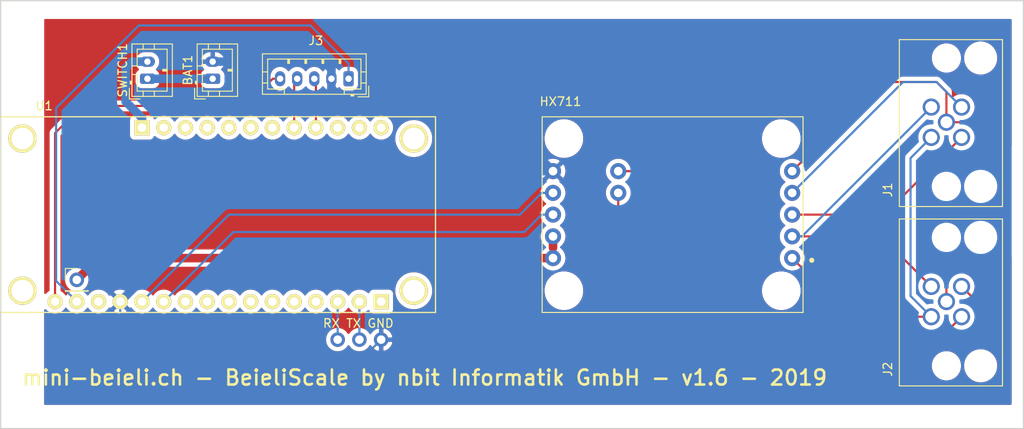
<source format=kicad_pcb>
(kicad_pcb (version 20171130) (host pcbnew 5.1.4-3.fc31)

  (general
    (thickness 1.6)
    (drawings 6)
    (tracks 92)
    (zones 0)
    (modules 9)
    (nets 38)
  )

  (page A4)
  (layers
    (0 F.Cu signal)
    (31 B.Cu signal)
    (32 B.Adhes user)
    (33 F.Adhes user)
    (34 B.Paste user)
    (35 F.Paste user)
    (36 B.SilkS user)
    (37 F.SilkS user)
    (38 B.Mask user)
    (39 F.Mask user)
    (40 Dwgs.User user)
    (41 Cmts.User user)
    (42 Eco1.User user)
    (43 Eco2.User user)
    (44 Edge.Cuts user)
    (45 Margin user)
    (46 B.CrtYd user)
    (47 F.CrtYd user)
    (48 B.Fab user)
    (49 F.Fab user)
  )

  (setup
    (last_trace_width 0.25)
    (trace_clearance 0.2)
    (zone_clearance 0.508)
    (zone_45_only no)
    (trace_min 0.2)
    (via_size 0.8)
    (via_drill 0.4)
    (via_min_size 0.4)
    (via_min_drill 0.3)
    (uvia_size 0.3)
    (uvia_drill 0.1)
    (uvias_allowed no)
    (uvia_min_size 0.2)
    (uvia_min_drill 0.1)
    (edge_width 0.15)
    (segment_width 0.2)
    (pcb_text_width 0.3)
    (pcb_text_size 1.5 1.5)
    (mod_edge_width 0.15)
    (mod_text_size 1 1)
    (mod_text_width 0.15)
    (pad_size 1.7 1.7)
    (pad_drill 1)
    (pad_to_mask_clearance 0.051)
    (solder_mask_min_width 0.25)
    (aux_axis_origin 0 0)
    (grid_origin 0 0.205)
    (visible_elements FFFFFF7F)
    (pcbplotparams
      (layerselection 0x010fc_ffffffff)
      (usegerberextensions false)
      (usegerberattributes false)
      (usegerberadvancedattributes false)
      (creategerberjobfile false)
      (excludeedgelayer true)
      (linewidth 0.100000)
      (plotframeref false)
      (viasonmask false)
      (mode 1)
      (useauxorigin false)
      (hpglpennumber 1)
      (hpglpenspeed 20)
      (hpglpendiameter 15.000000)
      (psnegative false)
      (psa4output false)
      (plotreference true)
      (plotvalue true)
      (plotinvisibletext false)
      (padsonsilk false)
      (subtractmaskfromsilk false)
      (outputformat 1)
      (mirror false)
      (drillshape 0)
      (scaleselection 1)
      (outputdirectory "/var/tmp/gerber"))
  )

  (net 0 "")
  (net 1 "Net-(BAT1-Pad1)")
  (net 2 "Net-(BAT1-Pad2)")
  (net 3 "Net-(SWITCH1-Pad2)")
  (net 4 "Net-(U1-Pad14)")
  (net 5 "Net-(U1-Pad8)")
  (net 6 "Net-(U1-Pad7)")
  (net 7 "Net-(U1-Pad6)")
  (net 8 "Net-(U1-Pad5)")
  (net 9 "Net-(U1-Pad4)")
  (net 10 "Net-(U1-Pad1)")
  (net 11 "Net-(U1-Pad18)")
  (net 12 "Net-(U1-Pad19)")
  (net 13 "Net-(U1-Pad20)")
  (net 14 "Net-(U1-Pad22)")
  (net 15 "Net-(U1-Pad26)")
  (net 16 "Net-(U1-Pad27)")
  (net 17 "Net-(U1-Pad28)")
  (net 18 "Net-(J3-Pad3)")
  (net 19 "Net-(J3-Pad4)")
  (net 20 "Net-(J3-Pad5)")
  (net 21 "Net-(U1-Pad9)")
  (net 22 "Net-(J3-Pad1)")
  (net 23 "Net-(J4-Pad1)")
  (net 24 "Net-(J4-Pad2)")
  (net 25 "Net-(U1-Pad23)")
  (net 26 "Net-(HX711-Pad5)")
  (net 27 "Net-(HX711-Pad4)")
  (net 28 "Net-(HX711-Pad3)")
  (net 29 "Net-(HX711-Pad2)")
  (net 30 "Net-(HX711-Pad1)")
  (net 31 "Net-(HX711-Pad10)")
  (net 32 "Net-(HX711-Pad8)")
  (net 33 "Net-(HX711-Pad7)")
  (net 34 "Net-(HX711-Pad11)")
  (net 35 "Net-(HX711-Pad12)")
  (net 36 "Net-(U1-Pad10)")
  (net 37 "Net-(U1-Pad21)")

  (net_class Default "This is the default net class."
    (clearance 0.2)
    (trace_width 0.25)
    (via_dia 0.8)
    (via_drill 0.4)
    (uvia_dia 0.3)
    (uvia_drill 0.1)
    (add_net "Net-(BAT1-Pad1)")
    (add_net "Net-(BAT1-Pad2)")
    (add_net "Net-(HX711-Pad1)")
    (add_net "Net-(HX711-Pad10)")
    (add_net "Net-(HX711-Pad11)")
    (add_net "Net-(HX711-Pad12)")
    (add_net "Net-(HX711-Pad2)")
    (add_net "Net-(HX711-Pad3)")
    (add_net "Net-(HX711-Pad4)")
    (add_net "Net-(HX711-Pad5)")
    (add_net "Net-(HX711-Pad7)")
    (add_net "Net-(HX711-Pad8)")
    (add_net "Net-(J3-Pad1)")
    (add_net "Net-(J3-Pad3)")
    (add_net "Net-(J3-Pad4)")
    (add_net "Net-(J3-Pad5)")
    (add_net "Net-(J4-Pad1)")
    (add_net "Net-(J4-Pad2)")
    (add_net "Net-(SWITCH1-Pad2)")
    (add_net "Net-(U1-Pad1)")
    (add_net "Net-(U1-Pad10)")
    (add_net "Net-(U1-Pad14)")
    (add_net "Net-(U1-Pad18)")
    (add_net "Net-(U1-Pad19)")
    (add_net "Net-(U1-Pad20)")
    (add_net "Net-(U1-Pad21)")
    (add_net "Net-(U1-Pad22)")
    (add_net "Net-(U1-Pad23)")
    (add_net "Net-(U1-Pad26)")
    (add_net "Net-(U1-Pad27)")
    (add_net "Net-(U1-Pad28)")
    (add_net "Net-(U1-Pad4)")
    (add_net "Net-(U1-Pad5)")
    (add_net "Net-(U1-Pad6)")
    (add_net "Net-(U1-Pad7)")
    (add_net "Net-(U1-Pad8)")
    (add_net "Net-(U1-Pad9)")
  )

  (module Connector_PinHeader_2.54mm:PinHeader_1x03_P2.54mm_Vertical (layer F.Cu) (tedit 5CFA866D) (tstamp 5CFA7419)
    (at 79.375 71.96 90)
    (descr "Through hole straight pin header, 1x03, 2.54mm pitch, single row")
    (tags "Through hole pin header THT 1x03 2.54mm single row")
    (path /5CFBD036)
    (fp_text reference J4 (at 0 -2.33 90) (layer F.SilkS) hide
      (effects (font (size 1 1) (thickness 0.15)))
    )
    (fp_text value Conn_01x03_Male (at 0 7.41 90) (layer F.Fab) hide
      (effects (font (size 1 1) (thickness 0.15)))
    )
    (fp_text user %R (at 0 2.54) (layer F.Fab)
      (effects (font (size 1 1) (thickness 0.15)))
    )
    (pad 1 thru_hole circle (at 0 0 90) (size 1.7 1.7) (drill 1) (layers *.Cu *.Mask)
      (net 23 "Net-(J4-Pad1)"))
    (pad 2 thru_hole oval (at 0 2.54 90) (size 1.7 1.7) (drill 1) (layers *.Cu *.Mask)
      (net 24 "Net-(J4-Pad2)"))
    (pad 3 thru_hole oval (at 0 5.08 90) (size 1.7 1.7) (drill 1) (layers *.Cu *.Mask)
      (net 2 "Net-(BAT1-Pad2)"))
    (model ${KISYS3DMOD}/Connector_PinHeader_2.54mm.3dshapes/PinHeader_1x03_P2.54mm_Vertical.wrl
      (at (xyz 0 0 0))
      (scale (xyz 1 1 1))
      (rotate (xyz 0 0 0))
    )
  )

  (module SPARKFUN_SEN-13879 (layer F.Cu) (tedit 5CBF54C7) (tstamp 5CAD10DA)
    (at 118.505 57.355 180)
    (path /5C8AE7C5)
    (fp_text reference HX711 (at 13.095 13.208) (layer F.SilkS)
      (effects (font (size 1.00006 1.00006) (thickness 0.15)))
    )
    (fp_text value SEN-13879 (at -11.8883 12.5696) (layer F.SilkS) hide
      (effects (font (size 1.00197 1.00197) (thickness 0.05)))
    )
    (fp_line (start -15.24 11.43) (end -15.24 -11.43) (layer F.SilkS) (width 0.127))
    (fp_line (start -15.24 -11.43) (end 15.24 -11.43) (layer F.SilkS) (width 0.127))
    (fp_line (start 15.24 -11.43) (end 15.24 11.43) (layer F.SilkS) (width 0.127))
    (fp_line (start 15.24 11.43) (end -15.24 11.43) (layer F.SilkS) (width 0.127))
    (fp_line (start -15.24 -11.43) (end 15.24 -11.43) (layer Eco2.User) (width 0.127))
    (fp_line (start 15.24 -11.43) (end 15.24 11.43) (layer Eco2.User) (width 0.127))
    (fp_line (start 15.24 11.43) (end -15.24 11.43) (layer Eco2.User) (width 0.127))
    (fp_line (start -15.24 11.43) (end -15.24 -11.43) (layer Eco2.User) (width 0.127))
    (fp_line (start -15.49 -11.67) (end 15.51 -11.67) (layer Eco1.User) (width 0.05))
    (fp_line (start 15.51 -11.67) (end 15.51 11.68) (layer Eco1.User) (width 0.05))
    (fp_line (start 15.51 11.68) (end -15.49 11.68) (layer Eco1.User) (width 0.05))
    (fp_line (start -15.49 11.68) (end -15.49 -11.67) (layer Eco1.User) (width 0.05))
    (fp_circle (center -16.256 -5.334) (end -16.106 -5.334) (layer F.SilkS) (width 0.3))
    (pad 5 thru_hole circle (at -13.97 5.08 180) (size 1.8796 1.8796) (drill 1.016) (layers *.Cu *.Mask)
      (net 26 "Net-(HX711-Pad5)"))
    (pad 4 thru_hole circle (at -13.97 2.54 180) (size 1.8796 1.8796) (drill 1.016) (layers *.Cu *.Mask)
      (net 27 "Net-(HX711-Pad4)"))
    (pad 3 thru_hole circle (at -13.97 0 180) (size 1.8796 1.8796) (drill 1.016) (layers *.Cu *.Mask)
      (net 28 "Net-(HX711-Pad3)"))
    (pad 2 thru_hole circle (at -13.97 -2.54 180) (size 1.8796 1.8796) (drill 1.016) (layers *.Cu *.Mask)
      (net 29 "Net-(HX711-Pad2)"))
    (pad 1 thru_hole circle (at -13.97 -5.08 180) (size 1.8796 1.8796) (drill 1.016) (layers *.Cu *.Mask)
      (net 30 "Net-(HX711-Pad1)"))
    (pad 10 thru_hole circle (at 13.97 -5.08 180) (size 1.8796 1.8796) (drill 1.016) (layers *.Cu *.Mask)
      (net 31 "Net-(HX711-Pad10)"))
    (pad 9 thru_hole circle (at 13.97 -2.54 180) (size 1.8796 1.8796) (drill 1.016) (layers *.Cu *.Mask)
      (net 31 "Net-(HX711-Pad10)"))
    (pad 8 thru_hole circle (at 13.97 0 180) (size 1.8796 1.8796) (drill 1.016) (layers *.Cu *.Mask)
      (net 32 "Net-(HX711-Pad8)"))
    (pad 7 thru_hole circle (at 13.97 2.54 180) (size 1.8796 1.8796) (drill 1.016) (layers *.Cu *.Mask)
      (net 33 "Net-(HX711-Pad7)"))
    (pad 6 thru_hole circle (at 13.97 5.08 180) (size 1.8796 1.8796) (drill 1.016) (layers *.Cu *.Mask)
      (net 2 "Net-(BAT1-Pad2)"))
    (pad 11 thru_hole circle (at 6.35 2.54 180) (size 1.8796 1.8796) (drill 1.016) (layers *.Cu *.Mask)
      (net 34 "Net-(HX711-Pad11)"))
    (pad 12 thru_hole circle (at 6.35 5.08 180) (size 1.8796 1.8796) (drill 1.016) (layers *.Cu *.Mask)
      (net 35 "Net-(HX711-Pad12)"))
    (pad "" np_thru_hole circle (at -12.7 -8.89 180) (size 3.5 3.5) (drill 3.5) (layers *.Cu *.Mask))
    (pad "" np_thru_hole circle (at 12.7 -8.89 180) (size 3.5 3.5) (drill 3.5) (layers *.Cu *.Mask))
    (pad "" np_thru_hole circle (at -12.7 8.89 180) (size 3.5 3.5) (drill 3.5) (layers *.Cu *.Mask))
    (pad "" np_thru_hole circle (at 12.7 8.89 180) (size 3.5 3.5) (drill 3.5) (layers *.Cu *.Mask))
  )

  (module Connector_JST:JST_PH_B2B-PH-K_1x02_P2.00mm_Vertical (layer F.Cu) (tedit 5CACDCDA) (tstamp 5CAD10BD)
    (at 64.77 41.48 90)
    (descr "JST PH series connector, B2B-PH-K (http://www.jst-mfg.com/product/pdf/eng/ePH.pdf), generated with kicad-footprint-generator")
    (tags "connector JST PH side entry")
    (path /5C92F7C2)
    (fp_text reference BAT1 (at 1 -2.9 90) (layer F.SilkS)
      (effects (font (size 1 1) (thickness 0.15)))
    )
    (fp_text value Conn_01x02_Female (at 1 4 90) (layer F.Fab) hide
      (effects (font (size 1 1) (thickness 0.15)))
    )
    (fp_line (start -2.06 -1.81) (end -2.06 2.91) (layer F.SilkS) (width 0.12))
    (fp_line (start -2.06 2.91) (end 4.06 2.91) (layer F.SilkS) (width 0.12))
    (fp_line (start 4.06 2.91) (end 4.06 -1.81) (layer F.SilkS) (width 0.12))
    (fp_line (start 4.06 -1.81) (end -2.06 -1.81) (layer F.SilkS) (width 0.12))
    (fp_line (start -0.3 -1.81) (end -0.3 -2.01) (layer F.SilkS) (width 0.12))
    (fp_line (start -0.3 -2.01) (end -0.6 -2.01) (layer F.SilkS) (width 0.12))
    (fp_line (start -0.6 -2.01) (end -0.6 -1.81) (layer F.SilkS) (width 0.12))
    (fp_line (start -0.3 -1.91) (end -0.6 -1.91) (layer F.SilkS) (width 0.12))
    (fp_line (start 0.5 -1.81) (end 0.5 -1.2) (layer F.SilkS) (width 0.12))
    (fp_line (start 0.5 -1.2) (end -1.45 -1.2) (layer F.SilkS) (width 0.12))
    (fp_line (start -1.45 -1.2) (end -1.45 2.3) (layer F.SilkS) (width 0.12))
    (fp_line (start -1.45 2.3) (end 3.45 2.3) (layer F.SilkS) (width 0.12))
    (fp_line (start 3.45 2.3) (end 3.45 -1.2) (layer F.SilkS) (width 0.12))
    (fp_line (start 3.45 -1.2) (end 1.5 -1.2) (layer F.SilkS) (width 0.12))
    (fp_line (start 1.5 -1.2) (end 1.5 -1.81) (layer F.SilkS) (width 0.12))
    (fp_line (start -2.06 -0.5) (end -1.45 -0.5) (layer F.SilkS) (width 0.12))
    (fp_line (start -2.06 0.8) (end -1.45 0.8) (layer F.SilkS) (width 0.12))
    (fp_line (start 4.06 -0.5) (end 3.45 -0.5) (layer F.SilkS) (width 0.12))
    (fp_line (start 4.06 0.8) (end 3.45 0.8) (layer F.SilkS) (width 0.12))
    (fp_line (start 0.9 2.3) (end 0.9 1.8) (layer F.SilkS) (width 0.12))
    (fp_line (start 0.9 1.8) (end 1.1 1.8) (layer F.SilkS) (width 0.12))
    (fp_line (start 1.1 1.8) (end 1.1 2.3) (layer F.SilkS) (width 0.12))
    (fp_line (start 1 2.3) (end 1 1.8) (layer F.SilkS) (width 0.12))
    (fp_line (start -1.11 -2.11) (end -2.36 -2.11) (layer F.SilkS) (width 0.12))
    (fp_line (start -2.36 -2.11) (end -2.36 -0.86) (layer F.SilkS) (width 0.12))
    (fp_line (start -1.11 -2.11) (end -2.36 -2.11) (layer F.Fab) (width 0.1))
    (fp_line (start -2.36 -2.11) (end -2.36 -0.86) (layer F.Fab) (width 0.1))
    (fp_line (start -1.95 -1.7) (end -1.95 2.8) (layer F.Fab) (width 0.1))
    (fp_line (start -1.95 2.8) (end 3.95 2.8) (layer F.Fab) (width 0.1))
    (fp_line (start 3.95 2.8) (end 3.95 -1.7) (layer F.Fab) (width 0.1))
    (fp_line (start 3.95 -1.7) (end -1.95 -1.7) (layer F.Fab) (width 0.1))
    (fp_line (start -2.45 -2.2) (end -2.45 3.3) (layer F.CrtYd) (width 0.05))
    (fp_line (start -2.45 3.3) (end 4.45 3.3) (layer F.CrtYd) (width 0.05))
    (fp_line (start 4.45 3.3) (end 4.45 -2.2) (layer F.CrtYd) (width 0.05))
    (fp_line (start 4.45 -2.2) (end -2.45 -2.2) (layer F.CrtYd) (width 0.05))
    (fp_text user %R (at 1 1.5 90) (layer F.Fab) hide
      (effects (font (size 1 1) (thickness 0.15)))
    )
    (pad 1 thru_hole roundrect (at 0 0 90) (size 1.2 1.75) (drill 0.75) (layers *.Cu *.Mask) (roundrect_rratio 0.208333)
      (net 1 "Net-(BAT1-Pad1)"))
    (pad 2 thru_hole oval (at 2 0 90) (size 1.2 1.75) (drill 0.75) (layers *.Cu *.Mask)
      (net 2 "Net-(BAT1-Pad2)"))
    (model ${KISYS3DMOD}/Connector_JST.3dshapes/JST_PH_B2B-PH-K_1x02_P2.00mm_Vertical.wrl
      (at (xyz 0 0 0))
      (scale (xyz 1 1 1))
      (rotate (xyz 0 0 0))
    )
  )

  (module T4145015051-001 (layer F.Cu) (tedit 5CACDC9A) (tstamp 5CAD1108)
    (at 150.495 46.56 90)
    (path /5CA66C31)
    (fp_text reference J1 (at -7.90874 -6.85962 90) (layer F.SilkS)
      (effects (font (size 1 1) (thickness 0.15)))
    )
    (fp_text value T4145015051-001 (at -7.38206 7.25284 90) (layer F.SilkS) hide
      (effects (font (size 0.788591 0.788591) (thickness 0.05)))
    )
    (fp_line (start 9.65 -5.5) (end 9.65 6.55) (layer F.SilkS) (width 0.127))
    (fp_line (start -9.85 -5.5) (end 9.65 -5.5) (layer F.SilkS) (width 0.127))
    (fp_line (start -9.85 6.55) (end -9.85 -5.5) (layer F.SilkS) (width 0.127))
    (fp_line (start 9.65 6.55) (end -9.85 6.55) (layer F.SilkS) (width 0.127))
    (pad Hole np_thru_hole circle (at -7.5 4 90) (size 2.85 2.85) (drill 2.85) (layers *.Cu *.Mask F.SilkS))
    (pad Hole np_thru_hole circle (at -7.5 0 90) (size 2.4 2.4) (drill 2.4) (layers *.Cu *.Mask F.SilkS))
    (pad Hole np_thru_hole circle (at 7.5 4 90) (size 2.85 2.85) (drill 2.85) (layers *.Cu *.Mask F.SilkS))
    (pad Hole np_thru_hole circle (at 7.5 0 90) (size 2.4 2.4) (drill 2.4) (layers *.Cu *.Mask F.SilkS))
    (pad P$5 thru_hole circle (at 0 0 90) (size 2 2) (drill 1.4) (layers *.Cu *.Mask)
      (net 26 "Net-(HX711-Pad5)"))
    (pad P$4 thru_hole circle (at 1.77 1.77 90) (size 2 2) (drill 1.4) (layers *.Cu *.Mask)
      (net 27 "Net-(HX711-Pad4)"))
    (pad P$3 thru_hole circle (at -1.77 1.77 90) (size 2 2) (drill 1.4) (layers *.Cu *.Mask)
      (net 28 "Net-(HX711-Pad3)"))
    (pad P$2 thru_hole circle (at 1.77 -1.77 90) (size 2 2) (drill 1.4) (layers *.Cu *.Mask)
      (net 29 "Net-(HX711-Pad2)"))
    (pad P$1 thru_hole circle (at -1.77 -1.77 90) (size 2 2) (drill 1.4) (layers *.Cu *.Mask)
      (net 30 "Net-(HX711-Pad1)"))
  )

  (module T4145015051-001 (layer F.Cu) (tedit 5CACDC8C) (tstamp 5CAD1119)
    (at 150.495 67.515 90)
    (path /5CA65D1D)
    (fp_text reference J2 (at -7.90874 -6.85962 90) (layer F.SilkS)
      (effects (font (size 1 1) (thickness 0.15)))
    )
    (fp_text value T4145015051-001 (at -7.38206 7.25284 90) (layer F.SilkS) hide
      (effects (font (size 0.788591 0.788591) (thickness 0.05)))
    )
    (fp_line (start 9.65 6.55) (end -9.85 6.55) (layer F.SilkS) (width 0.127))
    (fp_line (start -9.85 6.55) (end -9.85 -5.5) (layer F.SilkS) (width 0.127))
    (fp_line (start -9.85 -5.5) (end 9.65 -5.5) (layer F.SilkS) (width 0.127))
    (fp_line (start 9.65 -5.5) (end 9.65 6.55) (layer F.SilkS) (width 0.127))
    (pad P$1 thru_hole circle (at -1.77 -1.77 90) (size 2 2) (drill 1.4) (layers *.Cu *.Mask)
      (net 30 "Net-(HX711-Pad1)"))
    (pad P$2 thru_hole circle (at 1.77 -1.77 90) (size 2 2) (drill 1.4) (layers *.Cu *.Mask)
      (net 29 "Net-(HX711-Pad2)"))
    (pad P$3 thru_hole circle (at -1.77 1.77 90) (size 2 2) (drill 1.4) (layers *.Cu *.Mask)
      (net 35 "Net-(HX711-Pad12)"))
    (pad P$4 thru_hole circle (at 1.77 1.77 90) (size 2 2) (drill 1.4) (layers *.Cu *.Mask)
      (net 34 "Net-(HX711-Pad11)"))
    (pad P$5 thru_hole circle (at 0 0 90) (size 2 2) (drill 1.4) (layers *.Cu *.Mask)
      (net 26 "Net-(HX711-Pad5)"))
    (pad Hole np_thru_hole circle (at 7.5 0 90) (size 2.4 2.4) (drill 2.4) (layers *.Cu *.Mask F.SilkS))
    (pad Hole np_thru_hole circle (at 7.5 4 90) (size 2.85 2.85) (drill 2.85) (layers *.Cu *.Mask F.SilkS))
    (pad Hole np_thru_hole circle (at -7.5 0 90) (size 2.4 2.4) (drill 2.4) (layers *.Cu *.Mask F.SilkS))
    (pad Hole np_thru_hole circle (at -7.5 4 90) (size 2.85 2.85) (drill 2.85) (layers *.Cu *.Mask F.SilkS))
  )

  (module Connector_JST:JST_PH_B2B-PH-K_1x02_P2.00mm_Vertical (layer F.Cu) (tedit 5CACDCD6) (tstamp 5CAD1143)
    (at 57.15 41.48 90)
    (descr "JST PH series connector, B2B-PH-K (http://www.jst-mfg.com/product/pdf/eng/ePH.pdf), generated with kicad-footprint-generator")
    (tags "connector JST PH side entry")
    (path /5CAD5AEF)
    (fp_text reference SWITCH1 (at 1 -2.9 90) (layer F.SilkS)
      (effects (font (size 1 1) (thickness 0.15)))
    )
    (fp_text value Conn_01x02_Female (at 1 4 90) (layer F.Fab) hide
      (effects (font (size 1 1) (thickness 0.15)))
    )
    (fp_text user %R (at 1 1.5 90) (layer F.Fab) hide
      (effects (font (size 1 1) (thickness 0.15)))
    )
    (fp_line (start 4.45 -2.2) (end -2.45 -2.2) (layer F.CrtYd) (width 0.05))
    (fp_line (start 4.45 3.3) (end 4.45 -2.2) (layer F.CrtYd) (width 0.05))
    (fp_line (start -2.45 3.3) (end 4.45 3.3) (layer F.CrtYd) (width 0.05))
    (fp_line (start -2.45 -2.2) (end -2.45 3.3) (layer F.CrtYd) (width 0.05))
    (fp_line (start 3.95 -1.7) (end -1.95 -1.7) (layer F.Fab) (width 0.1))
    (fp_line (start 3.95 2.8) (end 3.95 -1.7) (layer F.Fab) (width 0.1))
    (fp_line (start -1.95 2.8) (end 3.95 2.8) (layer F.Fab) (width 0.1))
    (fp_line (start -1.95 -1.7) (end -1.95 2.8) (layer F.Fab) (width 0.1))
    (fp_line (start -2.36 -2.11) (end -2.36 -0.86) (layer F.Fab) (width 0.1))
    (fp_line (start -1.11 -2.11) (end -2.36 -2.11) (layer F.Fab) (width 0.1))
    (fp_line (start -2.36 -2.11) (end -2.36 -0.86) (layer F.SilkS) (width 0.12))
    (fp_line (start -1.11 -2.11) (end -2.36 -2.11) (layer F.SilkS) (width 0.12))
    (fp_line (start 1 2.3) (end 1 1.8) (layer F.SilkS) (width 0.12))
    (fp_line (start 1.1 1.8) (end 1.1 2.3) (layer F.SilkS) (width 0.12))
    (fp_line (start 0.9 1.8) (end 1.1 1.8) (layer F.SilkS) (width 0.12))
    (fp_line (start 0.9 2.3) (end 0.9 1.8) (layer F.SilkS) (width 0.12))
    (fp_line (start 4.06 0.8) (end 3.45 0.8) (layer F.SilkS) (width 0.12))
    (fp_line (start 4.06 -0.5) (end 3.45 -0.5) (layer F.SilkS) (width 0.12))
    (fp_line (start -2.06 0.8) (end -1.45 0.8) (layer F.SilkS) (width 0.12))
    (fp_line (start -2.06 -0.5) (end -1.45 -0.5) (layer F.SilkS) (width 0.12))
    (fp_line (start 1.5 -1.2) (end 1.5 -1.81) (layer F.SilkS) (width 0.12))
    (fp_line (start 3.45 -1.2) (end 1.5 -1.2) (layer F.SilkS) (width 0.12))
    (fp_line (start 3.45 2.3) (end 3.45 -1.2) (layer F.SilkS) (width 0.12))
    (fp_line (start -1.45 2.3) (end 3.45 2.3) (layer F.SilkS) (width 0.12))
    (fp_line (start -1.45 -1.2) (end -1.45 2.3) (layer F.SilkS) (width 0.12))
    (fp_line (start 0.5 -1.2) (end -1.45 -1.2) (layer F.SilkS) (width 0.12))
    (fp_line (start 0.5 -1.81) (end 0.5 -1.2) (layer F.SilkS) (width 0.12))
    (fp_line (start -0.3 -1.91) (end -0.6 -1.91) (layer F.SilkS) (width 0.12))
    (fp_line (start -0.6 -2.01) (end -0.6 -1.81) (layer F.SilkS) (width 0.12))
    (fp_line (start -0.3 -2.01) (end -0.6 -2.01) (layer F.SilkS) (width 0.12))
    (fp_line (start -0.3 -1.81) (end -0.3 -2.01) (layer F.SilkS) (width 0.12))
    (fp_line (start 4.06 -1.81) (end -2.06 -1.81) (layer F.SilkS) (width 0.12))
    (fp_line (start 4.06 2.91) (end 4.06 -1.81) (layer F.SilkS) (width 0.12))
    (fp_line (start -2.06 2.91) (end 4.06 2.91) (layer F.SilkS) (width 0.12))
    (fp_line (start -2.06 -1.81) (end -2.06 2.91) (layer F.SilkS) (width 0.12))
    (pad 2 thru_hole oval (at 2 0 90) (size 1.2 1.75) (drill 0.75) (layers *.Cu *.Mask)
      (net 3 "Net-(SWITCH1-Pad2)"))
    (pad 1 thru_hole roundrect (at 0 0 90) (size 1.2 1.75) (drill 0.75) (layers *.Cu *.Mask) (roundrect_rratio 0.208333)
      (net 1 "Net-(BAT1-Pad1)"))
    (model ${KISYS3DMOD}/Connector_JST.3dshapes/JST_PH_B2B-PH-K_1x02_P2.00mm_Vertical.wrl
      (at (xyz 0 0 0))
      (scale (xyz 1 1 1))
      (rotate (xyz 0 0 0))
    )
  )

  (module Modules:ADAFRUIT_FEATHER (layer F.Cu) (tedit 5CBC7B57) (tstamp 5CAD116B)
    (at 65.405 57.355)
    (path /5C8BFC62)
    (fp_text reference U1 (at -20.32 -12.7) (layer F.SilkS)
      (effects (font (size 1 1) (thickness 0.15)))
    )
    (fp_text value "MCCI 4610" (at -24.384 0 90) (layer F.Fab) hide
      (effects (font (size 1 1) (thickness 0.25)))
    )
    (fp_line (start -25.4 -11.43) (end -25.4 11.43) (layer F.SilkS) (width 0.15))
    (fp_line (start -25.4 11.43) (end 25.4 11.43) (layer F.SilkS) (width 0.15))
    (fp_line (start 25.4 11.43) (end 25.4 -11.43) (layer F.SilkS) (width 0.15))
    (fp_line (start 25.4 -11.43) (end -25.4 -11.43) (layer F.SilkS) (width 0.15))
    (pad "" thru_hole circle (at -22.86 -8.89) (size 3.302 3.302) (drill 2.54) (layers *.Cu *.Mask F.SilkS))
    (pad "" thru_hole circle (at -22.86 8.89) (size 3.302 3.302) (drill 2.54) (layers *.Cu *.Mask F.SilkS))
    (pad "" thru_hole circle (at 22.86 8.89) (size 3.302 3.302) (drill 2.54) (layers *.Cu *.Mask F.SilkS))
    (pad "" thru_hole circle (at 22.86 -8.89) (size 3.302 3.302) (drill 2.54) (layers *.Cu *.Mask F.SilkS))
    (pad 16 thru_hole circle (at -19.05 10.16) (size 1.778 1.778) (drill 0.9906) (layers *.Cu *.Mask F.SilkS)
      (net 20 "Net-(J3-Pad5)"))
    (pad 15 thru_hole circle (at -16.51 10.16) (size 1.778 1.778) (drill 0.9906) (layers *.Cu *.Mask F.SilkS)
      (net 22 "Net-(J3-Pad1)"))
    (pad 14 thru_hole circle (at -13.97 10.16) (size 1.778 1.778) (drill 0.9906) (layers *.Cu *.Mask F.SilkS)
      (net 4 "Net-(U1-Pad14)"))
    (pad 13 thru_hole circle (at -11.43 10.16) (size 1.778 1.778) (drill 0.9906) (layers *.Cu *.Mask F.SilkS)
      (net 2 "Net-(BAT1-Pad2)"))
    (pad 12 thru_hole circle (at -8.89 10.16) (size 1.778 1.778) (drill 0.9906) (layers *.Cu *.Mask F.SilkS)
      (net 33 "Net-(HX711-Pad7)"))
    (pad 11 thru_hole circle (at -6.35 10.16) (size 1.778 1.778) (drill 0.9906) (layers *.Cu *.Mask F.SilkS)
      (net 32 "Net-(HX711-Pad8)"))
    (pad 10 thru_hole circle (at -3.81 10.16) (size 1.778 1.778) (drill 0.9906) (layers *.Cu *.Mask F.SilkS)
      (net 36 "Net-(U1-Pad10)"))
    (pad 9 thru_hole circle (at -1.27 10.16) (size 1.778 1.778) (drill 0.9906) (layers *.Cu *.Mask F.SilkS)
      (net 21 "Net-(U1-Pad9)"))
    (pad 8 thru_hole circle (at 1.27 10.16) (size 1.778 1.778) (drill 0.9906) (layers *.Cu *.Mask F.SilkS)
      (net 5 "Net-(U1-Pad8)"))
    (pad 7 thru_hole circle (at 3.81 10.16) (size 1.778 1.778) (drill 0.9906) (layers *.Cu *.Mask F.SilkS)
      (net 6 "Net-(U1-Pad7)"))
    (pad 6 thru_hole circle (at 6.35 10.16) (size 1.778 1.778) (drill 0.9906) (layers *.Cu *.Mask F.SilkS)
      (net 7 "Net-(U1-Pad6)"))
    (pad 5 thru_hole circle (at 8.89 10.16) (size 1.778 1.778) (drill 0.9906) (layers *.Cu *.Mask F.SilkS)
      (net 8 "Net-(U1-Pad5)"))
    (pad 4 thru_hole circle (at 11.43 10.16) (size 1.778 1.778) (drill 0.9906) (layers *.Cu *.Mask F.SilkS)
      (net 9 "Net-(U1-Pad4)"))
    (pad 3 thru_hole circle (at 13.97 10.16) (size 1.778 1.778) (drill 0.9906) (layers *.Cu *.Mask F.SilkS)
      (net 23 "Net-(J4-Pad1)"))
    (pad 2 thru_hole circle (at 16.51 10.16) (size 1.778 1.778) (drill 0.9906) (layers *.Cu *.Mask F.SilkS)
      (net 24 "Net-(J4-Pad2)"))
    (pad 1 thru_hole rect (at 19.05 10.16) (size 1.778 1.778) (drill 0.9906) (layers *.Cu *.Mask F.SilkS)
      (net 10 "Net-(U1-Pad1)"))
    (pad 18 thru_hole circle (at -6.35 -10.16) (size 1.778 1.778) (drill 0.9906) (layers *.Cu *.Mask F.SilkS)
      (net 11 "Net-(U1-Pad18)"))
    (pad 17 thru_hole rect (at -8.89 -10.16) (size 1.778 1.778) (drill 0.9906) (layers *.Cu *.Mask F.SilkS)
      (net 3 "Net-(SWITCH1-Pad2)"))
    (pad 19 thru_hole circle (at -3.81 -10.16) (size 1.778 1.778) (drill 0.9906) (layers *.Cu *.Mask F.SilkS)
      (net 12 "Net-(U1-Pad19)"))
    (pad 20 thru_hole circle (at -1.27 -10.16) (size 1.778 1.778) (drill 0.9906) (layers *.Cu *.Mask F.SilkS)
      (net 13 "Net-(U1-Pad20)"))
    (pad 21 thru_hole circle (at 1.27 -10.16) (size 1.778 1.778) (drill 0.9906) (layers *.Cu *.Mask F.SilkS)
      (net 37 "Net-(U1-Pad21)"))
    (pad 22 thru_hole circle (at 3.81 -10.16) (size 1.778 1.778) (drill 0.9906) (layers *.Cu *.Mask F.SilkS)
      (net 14 "Net-(U1-Pad22)"))
    (pad 23 thru_hole circle (at 6.35 -10.16) (size 1.778 1.778) (drill 0.9906) (layers *.Cu *.Mask F.SilkS)
      (net 25 "Net-(U1-Pad23)"))
    (pad 24 thru_hole circle (at 8.89 -10.16) (size 1.778 1.778) (drill 0.9906) (layers *.Cu *.Mask F.SilkS)
      (net 19 "Net-(J3-Pad4)"))
    (pad 25 thru_hole circle (at 11.43 -10.16) (size 1.778 1.778) (drill 0.9906) (layers *.Cu *.Mask F.SilkS)
      (net 18 "Net-(J3-Pad3)"))
    (pad 26 thru_hole circle (at 13.97 -10.16) (size 1.778 1.778) (drill 0.9906) (layers *.Cu *.Mask F.SilkS)
      (net 15 "Net-(U1-Pad26)"))
    (pad 27 thru_hole circle (at 16.51 -10.16) (size 1.778 1.778) (drill 0.9906) (layers *.Cu *.Mask F.SilkS)
      (net 16 "Net-(U1-Pad27)"))
    (pad 28 thru_hole circle (at 19.05 -10.16) (size 1.778 1.778) (drill 0.9906) (layers *.Cu *.Mask F.SilkS)
      (net 17 "Net-(U1-Pad28)"))
  )

  (module Connector_JST:JST_PH_B5B-PH-K_1x05_P2.00mm_Vertical (layer F.Cu) (tedit 5CBF72C7) (tstamp 5CBFCD89)
    (at 80.645 41.48 180)
    (descr "JST PH series connector, B5B-PH-K (http://www.jst-mfg.com/product/pdf/eng/ePH.pdf), generated with kicad-footprint-generator")
    (tags "connector JST PH side entry")
    (path /5CBF85B5)
    (fp_text reference J3 (at 3.81 4.445 180) (layer F.SilkS)
      (effects (font (size 1 1) (thickness 0.15)))
    )
    (fp_text value Conn_01x05_Female (at 4 4 180) (layer F.Fab) hide
      (effects (font (size 1 1) (thickness 0.15)))
    )
    (fp_line (start -2.06 -1.81) (end -2.06 2.91) (layer F.SilkS) (width 0.12))
    (fp_line (start -2.06 2.91) (end 10.06 2.91) (layer F.SilkS) (width 0.12))
    (fp_line (start 10.06 2.91) (end 10.06 -1.81) (layer F.SilkS) (width 0.12))
    (fp_line (start 10.06 -1.81) (end -2.06 -1.81) (layer F.SilkS) (width 0.12))
    (fp_line (start -0.3 -1.81) (end -0.3 -2.01) (layer F.SilkS) (width 0.12))
    (fp_line (start -0.3 -2.01) (end -0.6 -2.01) (layer F.SilkS) (width 0.12))
    (fp_line (start -0.6 -2.01) (end -0.6 -1.81) (layer F.SilkS) (width 0.12))
    (fp_line (start -0.3 -1.91) (end -0.6 -1.91) (layer F.SilkS) (width 0.12))
    (fp_line (start 0.5 -1.81) (end 0.5 -1.2) (layer F.SilkS) (width 0.12))
    (fp_line (start 0.5 -1.2) (end -1.45 -1.2) (layer F.SilkS) (width 0.12))
    (fp_line (start -1.45 -1.2) (end -1.45 2.3) (layer F.SilkS) (width 0.12))
    (fp_line (start -1.45 2.3) (end 9.45 2.3) (layer F.SilkS) (width 0.12))
    (fp_line (start 9.45 2.3) (end 9.45 -1.2) (layer F.SilkS) (width 0.12))
    (fp_line (start 9.45 -1.2) (end 7.5 -1.2) (layer F.SilkS) (width 0.12))
    (fp_line (start 7.5 -1.2) (end 7.5 -1.81) (layer F.SilkS) (width 0.12))
    (fp_line (start -2.06 -0.5) (end -1.45 -0.5) (layer F.SilkS) (width 0.12))
    (fp_line (start -2.06 0.8) (end -1.45 0.8) (layer F.SilkS) (width 0.12))
    (fp_line (start 10.06 -0.5) (end 9.45 -0.5) (layer F.SilkS) (width 0.12))
    (fp_line (start 10.06 0.8) (end 9.45 0.8) (layer F.SilkS) (width 0.12))
    (fp_line (start 0.9 2.3) (end 0.9 1.8) (layer F.SilkS) (width 0.12))
    (fp_line (start 0.9 1.8) (end 1.1 1.8) (layer F.SilkS) (width 0.12))
    (fp_line (start 1.1 1.8) (end 1.1 2.3) (layer F.SilkS) (width 0.12))
    (fp_line (start 1 2.3) (end 1 1.8) (layer F.SilkS) (width 0.12))
    (fp_line (start 2.9 2.3) (end 2.9 1.8) (layer F.SilkS) (width 0.12))
    (fp_line (start 2.9 1.8) (end 3.1 1.8) (layer F.SilkS) (width 0.12))
    (fp_line (start 3.1 1.8) (end 3.1 2.3) (layer F.SilkS) (width 0.12))
    (fp_line (start 3 2.3) (end 3 1.8) (layer F.SilkS) (width 0.12))
    (fp_line (start 4.9 2.3) (end 4.9 1.8) (layer F.SilkS) (width 0.12))
    (fp_line (start 4.9 1.8) (end 5.1 1.8) (layer F.SilkS) (width 0.12))
    (fp_line (start 5.1 1.8) (end 5.1 2.3) (layer F.SilkS) (width 0.12))
    (fp_line (start 5 2.3) (end 5 1.8) (layer F.SilkS) (width 0.12))
    (fp_line (start 6.9 2.3) (end 6.9 1.8) (layer F.SilkS) (width 0.12))
    (fp_line (start 6.9 1.8) (end 7.1 1.8) (layer F.SilkS) (width 0.12))
    (fp_line (start 7.1 1.8) (end 7.1 2.3) (layer F.SilkS) (width 0.12))
    (fp_line (start 7 2.3) (end 7 1.8) (layer F.SilkS) (width 0.12))
    (fp_line (start -1.11 -2.11) (end -2.36 -2.11) (layer F.SilkS) (width 0.12))
    (fp_line (start -2.36 -2.11) (end -2.36 -0.86) (layer F.SilkS) (width 0.12))
    (fp_line (start -1.11 -2.11) (end -2.36 -2.11) (layer F.Fab) (width 0.1))
    (fp_line (start -2.36 -2.11) (end -2.36 -0.86) (layer F.Fab) (width 0.1))
    (fp_line (start -1.95 -1.7) (end -1.95 2.8) (layer F.Fab) (width 0.1))
    (fp_line (start -1.95 2.8) (end 9.95 2.8) (layer F.Fab) (width 0.1))
    (fp_line (start 9.95 2.8) (end 9.95 -1.7) (layer F.Fab) (width 0.1))
    (fp_line (start 9.95 -1.7) (end -1.95 -1.7) (layer F.Fab) (width 0.1))
    (fp_line (start -2.45 -2.2) (end -2.45 3.3) (layer F.CrtYd) (width 0.05))
    (fp_line (start -2.45 3.3) (end 10.45 3.3) (layer F.CrtYd) (width 0.05))
    (fp_line (start 10.45 3.3) (end 10.45 -2.2) (layer F.CrtYd) (width 0.05))
    (fp_line (start 10.45 -2.2) (end -2.45 -2.2) (layer F.CrtYd) (width 0.05))
    (fp_text user %R (at 4 1.5 180) (layer F.Fab) hide
      (effects (font (size 1 1) (thickness 0.15)))
    )
    (pad 1 thru_hole roundrect (at 0 0 180) (size 1.2 1.75) (drill 0.75) (layers *.Cu *.Mask) (roundrect_rratio 0.208333)
      (net 22 "Net-(J3-Pad1)"))
    (pad 2 thru_hole oval (at 2 0 180) (size 1.2 1.75) (drill 0.75) (layers *.Cu *.Mask)
      (net 2 "Net-(BAT1-Pad2)"))
    (pad 3 thru_hole oval (at 4 0 180) (size 1.2 1.75) (drill 0.75) (layers *.Cu *.Mask)
      (net 18 "Net-(J3-Pad3)"))
    (pad 4 thru_hole oval (at 6 0 180) (size 1.2 1.75) (drill 0.75) (layers *.Cu *.Mask)
      (net 19 "Net-(J3-Pad4)"))
    (pad 5 thru_hole oval (at 8 0 180) (size 1.2 1.75) (drill 0.75) (layers *.Cu *.Mask)
      (net 20 "Net-(J3-Pad5)"))
    (model ${KISYS3DMOD}/Connector_JST.3dshapes/JST_PH_B5B-PH-K_1x05_P2.00mm_Vertical.wrl
      (at (xyz 0 0 0))
      (scale (xyz 1 1 1))
      (rotate (xyz 0 0 0))
    )
  )

  (module Connector_PinHeader_2.54mm:PinHeader_1x01_P2.54mm_Vertical (layer F.Cu) (tedit 5CFA84F6) (tstamp 5CFA742E)
    (at 48.895 64.975)
    (descr "Through hole straight pin header, 1x01, 2.54mm pitch, single row")
    (tags "Through hole pin header THT 1x01 2.54mm single row")
    (path /5CFF362B)
    (fp_text reference VOUT1 (at 0 -2.33) (layer F.SilkS) hide
      (effects (font (size 1 1) (thickness 0.15)))
    )
    (fp_text value Conn_01x01 (at 0 2.33) (layer F.Fab) hide
      (effects (font (size 1 1) (thickness 0.15)))
    )
    (fp_line (start -0.635 -1.27) (end 1.27 -1.27) (layer F.Fab) (width 0.1))
    (fp_line (start 1.27 -1.27) (end 1.27 1.27) (layer F.Fab) (width 0.1))
    (fp_line (start 1.27 1.27) (end -1.27 1.27) (layer F.Fab) (width 0.1))
    (fp_line (start -1.27 1.27) (end -1.27 -0.635) (layer F.Fab) (width 0.1))
    (fp_line (start -1.27 -0.635) (end -0.635 -1.27) (layer F.Fab) (width 0.1))
    (fp_line (start -1.33 1.33) (end 1.33 1.33) (layer F.SilkS) (width 0.12))
    (fp_line (start -1.33 1.27) (end -1.33 1.33) (layer F.SilkS) (width 0.12))
    (fp_line (start 1.33 1.27) (end 1.33 1.33) (layer F.SilkS) (width 0.12))
    (fp_line (start -1.33 1.27) (end 1.33 1.27) (layer F.SilkS) (width 0.12))
    (fp_line (start -1.33 0) (end -1.33 -1.33) (layer F.SilkS) (width 0.12))
    (fp_line (start -1.33 -1.33) (end 0 -1.33) (layer F.SilkS) (width 0.12))
    (fp_line (start -1.8 -1.8) (end -1.8 1.8) (layer F.CrtYd) (width 0.05))
    (fp_line (start -1.8 1.8) (end 1.8 1.8) (layer F.CrtYd) (width 0.05))
    (fp_line (start 1.8 1.8) (end 1.8 -1.8) (layer F.CrtYd) (width 0.05))
    (fp_line (start 1.8 -1.8) (end -1.8 -1.8) (layer F.CrtYd) (width 0.05))
    (fp_text user %R (at 0 0 90) (layer F.Fab) hide
      (effects (font (size 1 1) (thickness 0.15)))
    )
    (pad 1 thru_hole circle (at 0 0) (size 1.7 1.7) (drill 1) (layers *.Cu *.Mask)
      (net 31 "Net-(HX711-Pad10)"))
    (model ${KISYS3DMOD}/Connector_PinHeader_2.54mm.3dshapes/PinHeader_1x01_P2.54mm_Vertical.wrl
      (at (xyz 0 0 0))
      (scale (xyz 1 1 1))
      (rotate (xyz 0 0 0))
    )
  )

  (gr_text "RX TX GND" (at 81.788 70.055) (layer F.SilkS)
    (effects (font (size 1 1) (thickness 0.15)))
  )
  (gr_text "mini-beieli.ch - BeieliScale by nbit Informatik GmbH - v1.6 - 2019" (at 89.535 76.405) (layer F.SilkS)
    (effects (font (size 1.75 1.75) (thickness 0.3)))
  )
  (gr_line (start 40 82.355) (end 40 32.355) (layer Edge.Cuts) (width 0.15))
  (gr_line (start 159.5 82.355) (end 40 82.355) (layer Edge.Cuts) (width 0.15))
  (gr_line (start 159.5 32.355) (end 159.5 82.355) (layer Edge.Cuts) (width 0.15))
  (gr_line (start 40 32.355) (end 159.5 32.355) (layer Edge.Cuts) (width 0.15))

  (segment (start 57.15 41.48) (end 64.77 41.48) (width 1) (layer B.Cu) (net 1) (status 30))
  (segment (start 64.28 39.48) (end 65.405 39.48) (width 0.25) (layer F.Cu) (net 2) (status 30))
  (segment (start 78.645 41.205) (end 78.645 41.48) (width 0.25) (layer B.Cu) (net 2) (status 30))
  (segment (start 53.975 68.772235) (end 59.067765 73.865) (width 0.25) (layer B.Cu) (net 2))
  (segment (start 53.975 67.515) (end 53.975 68.772235) (width 0.25) (layer B.Cu) (net 2))
  (segment (start 82.55 73.865) (end 84.455 71.96) (width 0.25) (layer B.Cu) (net 2))
  (segment (start 59.067765 73.865) (end 82.55 73.865) (width 0.25) (layer B.Cu) (net 2))
  (segment (start 78.645 40.355) (end 78.645 41.205) (width 1) (layer B.Cu) (net 2))
  (segment (start 64.77 39.48) (end 77.77 39.48) (width 1) (layer B.Cu) (net 2))
  (segment (start 77.77 39.48) (end 78.645 40.355) (width 1) (layer B.Cu) (net 2))
  (segment (start 69.215 52.275) (end 53.975 67.515) (width 1) (layer B.Cu) (net 2))
  (segment (start 104.535 52.275) (end 69.215 52.275) (width 1) (layer B.Cu) (net 2))
  (segment (start 78.645 42.605) (end 80.264 44.224) (width 1) (layer B.Cu) (net 2))
  (segment (start 80.264 44.224) (end 96.484 44.224) (width 1) (layer B.Cu) (net 2))
  (segment (start 96.484 44.224) (end 104.535 52.275) (width 1) (layer B.Cu) (net 2))
  (segment (start 78.645 41.48) (end 78.645 42.605) (width 1) (layer B.Cu) (net 2))
  (segment (start 57.15 39.48) (end 55.34 39.48) (width 1) (layer B.Cu) (net 3) (status 10))
  (segment (start 55.34 39.48) (end 54.61 40.21) (width 1) (layer B.Cu) (net 3))
  (segment (start 54.61 40.21) (end 54.61 44.151) (width 1) (layer B.Cu) (net 3))
  (segment (start 56.515 46.056) (end 56.515 47.195) (width 1) (layer B.Cu) (net 3) (status 20))
  (segment (start 54.61 44.151) (end 56.515 46.056) (width 1) (layer B.Cu) (net 3))
  (segment (start 76.835 41.67) (end 76.645 41.48) (width 0.25) (layer F.Cu) (net 18) (status 30))
  (segment (start 76.835 47.195) (end 76.835 41.67) (width 0.25) (layer F.Cu) (net 18) (status 30))
  (segment (start 74.295 41.83) (end 74.645 41.48) (width 0.25) (layer F.Cu) (net 19) (status 30))
  (segment (start 74.295 47.195) (end 74.295 41.83) (width 0.25) (layer F.Cu) (net 19) (status 30))
  (segment (start 71.795 41.48) (end 72.645 41.48) (width 0.25) (layer F.Cu) (net 20) (status 20))
  (segment (start 49.53 44.655) (end 68.62 44.655) (width 0.25) (layer F.Cu) (net 20))
  (segment (start 46.355 47.83) (end 49.53 44.655) (width 0.25) (layer F.Cu) (net 20))
  (segment (start 46.355 67.515) (end 46.355 47.83) (width 0.25) (layer F.Cu) (net 20) (status 10))
  (segment (start 68.62 44.655) (end 71.795 41.48) (width 0.25) (layer F.Cu) (net 20))
  (segment (start 46.482 65.102) (end 46.482 44.909) (width 0.25) (layer B.Cu) (net 22))
  (segment (start 46.482 44.909) (end 56.134 35.257) (width 0.25) (layer B.Cu) (net 22))
  (segment (start 56.134 35.257) (end 76.2 35.257) (width 0.25) (layer B.Cu) (net 22))
  (segment (start 48.895 67.515) (end 46.482 65.102) (width 0.25) (layer B.Cu) (net 22))
  (segment (start 80.645 39.702) (end 80.645 41.48) (width 0.25) (layer B.Cu) (net 22))
  (segment (start 76.2 35.257) (end 80.645 39.702) (width 0.25) (layer B.Cu) (net 22))
  (segment (start 79.375 68.772235) (end 79.375 71.96) (width 0.25) (layer B.Cu) (net 23))
  (segment (start 79.375 67.515) (end 79.375 68.772235) (width 0.25) (layer B.Cu) (net 23))
  (segment (start 81.915 68.772235) (end 81.915 71.96) (width 0.25) (layer B.Cu) (net 24))
  (segment (start 81.915 67.515) (end 81.915 68.772235) (width 0.25) (layer B.Cu) (net 24))
  (segment (start 150.495 43.004) (end 150.495 46.56) (width 0.25) (layer F.Cu) (net 26))
  (segment (start 149.352 41.861) (end 150.495 43.004) (width 0.25) (layer F.Cu) (net 26))
  (segment (start 132.475 52.275) (end 142.889 41.861) (width 0.25) (layer F.Cu) (net 26))
  (segment (start 142.889 41.861) (end 149.352 41.861) (width 0.25) (layer F.Cu) (net 26))
  (segment (start 154.142501 46.56) (end 157.48 49.897499) (width 0.25) (layer F.Cu) (net 26))
  (segment (start 150.495 64.594) (end 150.495 67.515) (width 0.25) (layer F.Cu) (net 26))
  (segment (start 157.48 61.8) (end 155.829 63.451) (width 0.25) (layer F.Cu) (net 26))
  (segment (start 151.638 63.451) (end 150.495 64.594) (width 0.25) (layer F.Cu) (net 26))
  (segment (start 157.48 49.897499) (end 157.48 61.8) (width 0.25) (layer F.Cu) (net 26))
  (segment (start 150.495 46.56) (end 154.142501 46.56) (width 0.25) (layer F.Cu) (net 26))
  (segment (start 155.829 63.451) (end 151.638 63.451) (width 0.25) (layer F.Cu) (net 26))
  (segment (start 149.336 41.861) (end 152.265 44.79) (width 0.25) (layer B.Cu) (net 27))
  (segment (start 132.475 54.815) (end 145.429 41.861) (width 0.25) (layer B.Cu) (net 27))
  (segment (start 145.429 41.861) (end 149.336 41.861) (width 0.25) (layer B.Cu) (net 27))
  (segment (start 152.265 48.410553) (end 152.265 48.33) (width 0.25) (layer F.Cu) (net 28) (status 30))
  (segment (start 149.844 50.751) (end 152.265 48.33) (width 0.25) (layer F.Cu) (net 28))
  (segment (start 143.24 57.355) (end 149.844 50.751) (width 0.25) (layer F.Cu) (net 28))
  (segment (start 132.475 57.355) (end 143.24 57.355) (width 0.25) (layer F.Cu) (net 28))
  (segment (start 142.875 59.895) (end 148.725 65.745) (width 0.25) (layer F.Cu) (net 29))
  (segment (start 132.475 59.895) (end 142.875 59.895) (width 0.25) (layer F.Cu) (net 29))
  (segment (start 133.62 59.895) (end 132.475 59.895) (width 0.25) (layer B.Cu) (net 29))
  (segment (start 148.725 44.79) (end 133.62 59.895) (width 0.25) (layer B.Cu) (net 29))
  (segment (start 139.325 69.285) (end 148.725 69.285) (width 0.25) (layer F.Cu) (net 30))
  (segment (start 132.475 62.435) (end 139.325 69.285) (width 0.25) (layer F.Cu) (net 30))
  (segment (start 148.725 48.33) (end 146.304 50.751) (width 0.25) (layer B.Cu) (net 30))
  (segment (start 146.304 66.864) (end 148.725 69.285) (width 0.25) (layer B.Cu) (net 30))
  (segment (start 146.304 50.751) (end 146.304 66.864) (width 0.25) (layer B.Cu) (net 30))
  (segment (start 51.435 62.435) (end 104.535 62.435) (width 1) (layer F.Cu) (net 31))
  (segment (start 48.895 64.975) (end 51.435 62.435) (width 1) (layer F.Cu) (net 31))
  (segment (start 104.535 61.224077) (end 104.535 62.435) (width 0.25) (layer F.Cu) (net 31))
  (segment (start 104.535 59.895) (end 104.535 61.224077) (width 1) (layer F.Cu) (net 31))
  (segment (start 103.205923 57.355) (end 101.173923 59.387) (width 0.25) (layer B.Cu) (net 32))
  (segment (start 104.535 57.355) (end 103.205923 57.355) (width 0.25) (layer B.Cu) (net 32))
  (segment (start 67.183 59.387) (end 59.055 67.515) (width 0.25) (layer B.Cu) (net 32))
  (segment (start 101.173923 59.387) (end 67.183 59.387) (width 0.25) (layer B.Cu) (net 32))
  (segment (start 66.675 57.355) (end 66.802 57.355) (width 0.25) (layer B.Cu) (net 33))
  (segment (start 56.515 67.515) (end 66.675 57.355) (width 0.25) (layer B.Cu) (net 33))
  (segment (start 100.665923 57.355) (end 66.675 57.355) (width 0.25) (layer B.Cu) (net 33))
  (segment (start 103.205923 54.815) (end 100.665923 57.355) (width 0.25) (layer B.Cu) (net 33))
  (segment (start 104.535 54.815) (end 103.205923 54.815) (width 0.25) (layer B.Cu) (net 33))
  (segment (start 154.178 67.658) (end 152.265 65.745) (width 0.25) (layer F.Cu) (net 34))
  (segment (start 112.155 62.068) (end 122.428 72.341) (width 0.25) (layer F.Cu) (net 34))
  (segment (start 112.155 54.815) (end 112.155 62.068) (width 0.25) (layer F.Cu) (net 34))
  (segment (start 122.428 72.341) (end 152.908 72.341) (width 0.25) (layer F.Cu) (net 34))
  (segment (start 152.908 72.341) (end 154.178 71.071) (width 0.25) (layer F.Cu) (net 34))
  (segment (start 154.178 71.071) (end 154.178 67.658) (width 0.25) (layer F.Cu) (net 34))
  (segment (start 112.155 52.275) (end 114.554 52.275) (width 0.25) (layer F.Cu) (net 35))
  (segment (start 114.554 52.275) (end 115.316 53.037) (width 0.25) (layer F.Cu) (net 35))
  (segment (start 115.316 53.037) (end 115.316 62.435) (width 0.25) (layer F.Cu) (net 35))
  (segment (start 115.316 62.435) (end 123.952 71.071) (width 0.25) (layer F.Cu) (net 35))
  (segment (start 150.479 71.071) (end 152.265 69.285) (width 0.25) (layer F.Cu) (net 35))
  (segment (start 123.952 71.071) (end 150.479 71.071) (width 0.25) (layer F.Cu) (net 35))

  (zone (net 2) (net_name "Net-(BAT1-Pad2)") (layer B.Cu) (tstamp 5DC2F15C) (hatch edge 0.508)
    (connect_pads (clearance 0.508))
    (min_thickness 0.254)
    (fill yes (arc_segments 16) (thermal_gap 0.508) (thermal_bridge_width 0.508))
    (polygon
      (pts
        (xy 45.085 34.495) (xy 45.085 79.58) (xy 158.115 79.58) (xy 158.115 34.495)
      )
    )
    (filled_polygon
      (pts
        (xy 157.988 79.453) (xy 45.212 79.453) (xy 45.212 74.834268) (xy 148.66 74.834268) (xy 148.66 75.195732)
        (xy 148.730518 75.55025) (xy 148.868844 75.884199) (xy 149.069662 76.184744) (xy 149.325256 76.440338) (xy 149.625801 76.641156)
        (xy 149.95975 76.779482) (xy 150.314268 76.85) (xy 150.675732 76.85) (xy 151.03025 76.779482) (xy 151.364199 76.641156)
        (xy 151.664744 76.440338) (xy 151.920338 76.184744) (xy 152.121156 75.884199) (xy 152.259482 75.55025) (xy 152.33 75.195732)
        (xy 152.33 74.834268) (xy 152.325593 74.812108) (xy 152.435 74.812108) (xy 152.435 75.217892) (xy 152.514165 75.61588)
        (xy 152.669452 75.990776) (xy 152.894894 76.328173) (xy 153.181827 76.615106) (xy 153.519224 76.840548) (xy 153.89412 76.995835)
        (xy 154.292108 77.075) (xy 154.697892 77.075) (xy 155.09588 76.995835) (xy 155.470776 76.840548) (xy 155.808173 76.615106)
        (xy 156.095106 76.328173) (xy 156.320548 75.990776) (xy 156.475835 75.61588) (xy 156.555 75.217892) (xy 156.555 74.812108)
        (xy 156.475835 74.41412) (xy 156.320548 74.039224) (xy 156.095106 73.701827) (xy 155.808173 73.414894) (xy 155.470776 73.189452)
        (xy 155.09588 73.034165) (xy 154.697892 72.955) (xy 154.292108 72.955) (xy 153.89412 73.034165) (xy 153.519224 73.189452)
        (xy 153.181827 73.414894) (xy 152.894894 73.701827) (xy 152.669452 74.039224) (xy 152.514165 74.41412) (xy 152.435 74.812108)
        (xy 152.325593 74.812108) (xy 152.259482 74.47975) (xy 152.121156 74.145801) (xy 151.920338 73.845256) (xy 151.664744 73.589662)
        (xy 151.364199 73.388844) (xy 151.03025 73.250518) (xy 150.675732 73.18) (xy 150.314268 73.18) (xy 149.95975 73.250518)
        (xy 149.625801 73.388844) (xy 149.325256 73.589662) (xy 149.069662 73.845256) (xy 148.868844 74.145801) (xy 148.730518 74.47975)
        (xy 148.66 74.834268) (xy 45.212 74.834268) (xy 45.212 68.527261) (xy 45.383507 68.698768) (xy 45.633115 68.865551)
        (xy 45.910466 68.980434) (xy 46.204899 69.039) (xy 46.505101 69.039) (xy 46.799534 68.980434) (xy 47.076885 68.865551)
        (xy 47.326493 68.698768) (xy 47.538768 68.486493) (xy 47.625 68.357438) (xy 47.711232 68.486493) (xy 47.923507 68.698768)
        (xy 48.173115 68.865551) (xy 48.450466 68.980434) (xy 48.744899 69.039) (xy 49.045101 69.039) (xy 49.339534 68.980434)
        (xy 49.616885 68.865551) (xy 49.866493 68.698768) (xy 50.078768 68.486493) (xy 50.165 68.357438) (xy 50.251232 68.486493)
        (xy 50.463507 68.698768) (xy 50.713115 68.865551) (xy 50.990466 68.980434) (xy 51.284899 69.039) (xy 51.585101 69.039)
        (xy 51.879534 68.980434) (xy 52.156885 68.865551) (xy 52.406493 68.698768) (xy 52.53403 68.571231) (xy 53.098374 68.571231)
        (xy 53.180727 68.824289) (xy 53.451418 68.954086) (xy 53.74223 69.02858) (xy 54.041988 69.044908) (xy 54.339171 69.002443)
        (xy 54.622359 68.902816) (xy 54.769273 68.824289) (xy 54.851626 68.571231) (xy 53.975 67.694605) (xy 53.098374 68.571231)
        (xy 52.53403 68.571231) (xy 52.618768 68.486493) (xy 52.724417 68.328378) (xy 52.918769 68.391626) (xy 53.795395 67.515)
        (xy 54.154605 67.515) (xy 55.031231 68.391626) (xy 55.225583 68.328378) (xy 55.331232 68.486493) (xy 55.543507 68.698768)
        (xy 55.793115 68.865551) (xy 56.070466 68.980434) (xy 56.364899 69.039) (xy 56.665101 69.039) (xy 56.959534 68.980434)
        (xy 57.236885 68.865551) (xy 57.486493 68.698768) (xy 57.698768 68.486493) (xy 57.785 68.357438) (xy 57.871232 68.486493)
        (xy 58.083507 68.698768) (xy 58.333115 68.865551) (xy 58.610466 68.980434) (xy 58.904899 69.039) (xy 59.205101 69.039)
        (xy 59.499534 68.980434) (xy 59.776885 68.865551) (xy 60.026493 68.698768) (xy 60.238768 68.486493) (xy 60.325 68.357438)
        (xy 60.411232 68.486493) (xy 60.623507 68.698768) (xy 60.873115 68.865551) (xy 61.150466 68.980434) (xy 61.444899 69.039)
        (xy 61.745101 69.039) (xy 62.039534 68.980434) (xy 62.316885 68.865551) (xy 62.566493 68.698768) (xy 62.778768 68.486493)
        (xy 62.865 68.357438) (xy 62.951232 68.486493) (xy 63.163507 68.698768) (xy 63.413115 68.865551) (xy 63.690466 68.980434)
        (xy 63.984899 69.039) (xy 64.285101 69.039) (xy 64.579534 68.980434) (xy 64.856885 68.865551) (xy 65.106493 68.698768)
        (xy 65.318768 68.486493) (xy 65.405 68.357438) (xy 65.491232 68.486493) (xy 65.703507 68.698768) (xy 65.953115 68.865551)
        (xy 66.230466 68.980434) (xy 66.524899 69.039) (xy 66.825101 69.039) (xy 67.119534 68.980434) (xy 67.396885 68.865551)
        (xy 67.646493 68.698768) (xy 67.858768 68.486493) (xy 67.945 68.357438) (xy 68.031232 68.486493) (xy 68.243507 68.698768)
        (xy 68.493115 68.865551) (xy 68.770466 68.980434) (xy 69.064899 69.039) (xy 69.365101 69.039) (xy 69.659534 68.980434)
        (xy 69.936885 68.865551) (xy 70.186493 68.698768) (xy 70.398768 68.486493) (xy 70.485 68.357438) (xy 70.571232 68.486493)
        (xy 70.783507 68.698768) (xy 71.033115 68.865551) (xy 71.310466 68.980434) (xy 71.604899 69.039) (xy 71.905101 69.039)
        (xy 72.199534 68.980434) (xy 72.476885 68.865551) (xy 72.726493 68.698768) (xy 72.938768 68.486493) (xy 73.025 68.357438)
        (xy 73.111232 68.486493) (xy 73.323507 68.698768) (xy 73.573115 68.865551) (xy 73.850466 68.980434) (xy 74.144899 69.039)
        (xy 74.445101 69.039) (xy 74.739534 68.980434) (xy 75.016885 68.865551) (xy 75.266493 68.698768) (xy 75.478768 68.486493)
        (xy 75.565 68.357438) (xy 75.651232 68.486493) (xy 75.863507 68.698768) (xy 76.113115 68.865551) (xy 76.390466 68.980434)
        (xy 76.684899 69.039) (xy 76.985101 69.039) (xy 77.279534 68.980434) (xy 77.556885 68.865551) (xy 77.806493 68.698768)
        (xy 78.018768 68.486493) (xy 78.105 68.357438) (xy 78.191232 68.486493) (xy 78.403507 68.698768) (xy 78.615 68.840083)
        (xy 78.615001 70.681821) (xy 78.428368 70.806525) (xy 78.221525 71.013368) (xy 78.05901 71.256589) (xy 77.947068 71.526842)
        (xy 77.89 71.81374) (xy 77.89 72.10626) (xy 77.947068 72.393158) (xy 78.05901 72.663411) (xy 78.221525 72.906632)
        (xy 78.428368 73.113475) (xy 78.671589 73.27599) (xy 78.941842 73.387932) (xy 79.22874 73.445) (xy 79.52126 73.445)
        (xy 79.808158 73.387932) (xy 80.078411 73.27599) (xy 80.321632 73.113475) (xy 80.528475 72.906632) (xy 80.644415 72.733115)
        (xy 80.674294 72.789014) (xy 80.859866 73.015134) (xy 81.085986 73.200706) (xy 81.343966 73.338599) (xy 81.623889 73.423513)
        (xy 81.84205 73.445) (xy 81.98795 73.445) (xy 82.206111 73.423513) (xy 82.486034 73.338599) (xy 82.744014 73.200706)
        (xy 82.970134 73.015134) (xy 83.155706 72.789014) (xy 83.190201 72.724477) (xy 83.259822 72.841355) (xy 83.454731 73.057588)
        (xy 83.68808 73.231641) (xy 83.950901 73.356825) (xy 84.09811 73.401476) (xy 84.328 73.280155) (xy 84.328 72.087)
        (xy 84.582 72.087) (xy 84.582 73.280155) (xy 84.81189 73.401476) (xy 84.959099 73.356825) (xy 85.22192 73.231641)
        (xy 85.455269 73.057588) (xy 85.650178 72.841355) (xy 85.799157 72.591252) (xy 85.896481 72.316891) (xy 85.775814 72.087)
        (xy 84.582 72.087) (xy 84.328 72.087) (xy 84.308 72.087) (xy 84.308 71.833) (xy 84.328 71.833)
        (xy 84.328 70.639845) (xy 84.582 70.639845) (xy 84.582 71.833) (xy 85.775814 71.833) (xy 85.896481 71.603109)
        (xy 85.799157 71.328748) (xy 85.650178 71.078645) (xy 85.455269 70.862412) (xy 85.22192 70.688359) (xy 84.959099 70.563175)
        (xy 84.81189 70.518524) (xy 84.582 70.639845) (xy 84.328 70.639845) (xy 84.09811 70.518524) (xy 83.950901 70.563175)
        (xy 83.68808 70.688359) (xy 83.454731 70.862412) (xy 83.259822 71.078645) (xy 83.190201 71.195523) (xy 83.155706 71.130986)
        (xy 82.970134 70.904866) (xy 82.744014 70.719294) (xy 82.675 70.682405) (xy 82.675 68.840083) (xy 82.886493 68.698768)
        (xy 82.967324 68.617937) (xy 82.976498 68.64818) (xy 83.035463 68.758494) (xy 83.114815 68.855185) (xy 83.211506 68.934537)
        (xy 83.32182 68.993502) (xy 83.441518 69.029812) (xy 83.566 69.042072) (xy 85.344 69.042072) (xy 85.468482 69.029812)
        (xy 85.58818 68.993502) (xy 85.698494 68.934537) (xy 85.795185 68.855185) (xy 85.874537 68.758494) (xy 85.933502 68.64818)
        (xy 85.969812 68.528482) (xy 85.982072 68.404) (xy 85.982072 66.626) (xy 85.969812 66.501518) (xy 85.933502 66.38182)
        (xy 85.874537 66.271506) (xy 85.795185 66.174815) (xy 85.698494 66.095463) (xy 85.58818 66.036498) (xy 85.533296 66.019849)
        (xy 85.979 66.019849) (xy 85.979 66.470151) (xy 86.06685 66.911802) (xy 86.239173 67.327827) (xy 86.489348 67.70224)
        (xy 86.80776 68.020652) (xy 87.182173 68.270827) (xy 87.598198 68.44315) (xy 88.039849 68.531) (xy 88.490151 68.531)
        (xy 88.931802 68.44315) (xy 89.347827 68.270827) (xy 89.72224 68.020652) (xy 90.040652 67.70224) (xy 90.290827 67.327827)
        (xy 90.46315 66.911802) (xy 90.551 66.470151) (xy 90.551 66.019849) (xy 90.549061 66.010098) (xy 103.42 66.010098)
        (xy 103.42 66.479902) (xy 103.511654 66.940679) (xy 103.69144 67.374721) (xy 103.95245 67.765349) (xy 104.284651 68.09755)
        (xy 104.675279 68.35856) (xy 105.109321 68.538346) (xy 105.570098 68.63) (xy 106.039902 68.63) (xy 106.500679 68.538346)
        (xy 106.934721 68.35856) (xy 107.325349 68.09755) (xy 107.65755 67.765349) (xy 107.91856 67.374721) (xy 108.098346 66.940679)
        (xy 108.19 66.479902) (xy 108.19 66.010098) (xy 128.82 66.010098) (xy 128.82 66.479902) (xy 128.911654 66.940679)
        (xy 129.09144 67.374721) (xy 129.35245 67.765349) (xy 129.684651 68.09755) (xy 130.075279 68.35856) (xy 130.509321 68.538346)
        (xy 130.970098 68.63) (xy 131.439902 68.63) (xy 131.900679 68.538346) (xy 132.334721 68.35856) (xy 132.725349 68.09755)
        (xy 133.05755 67.765349) (xy 133.31856 67.374721) (xy 133.498346 66.940679) (xy 133.59 66.479902) (xy 133.59 66.010098)
        (xy 133.498346 65.549321) (xy 133.31856 65.115279) (xy 133.05755 64.724651) (xy 132.725349 64.39245) (xy 132.334721 64.13144)
        (xy 131.900679 63.951654) (xy 131.439902 63.86) (xy 130.970098 63.86) (xy 130.509321 63.951654) (xy 130.075279 64.13144)
        (xy 129.684651 64.39245) (xy 129.35245 64.724651) (xy 129.09144 65.115279) (xy 128.911654 65.549321) (xy 128.82 66.010098)
        (xy 108.19 66.010098) (xy 108.098346 65.549321) (xy 107.91856 65.115279) (xy 107.65755 64.724651) (xy 107.325349 64.39245)
        (xy 106.934721 64.13144) (xy 106.500679 63.951654) (xy 106.039902 63.86) (xy 105.570098 63.86) (xy 105.109321 63.951654)
        (xy 104.675279 64.13144) (xy 104.284651 64.39245) (xy 103.95245 64.724651) (xy 103.69144 65.115279) (xy 103.511654 65.549321)
        (xy 103.42 66.010098) (xy 90.549061 66.010098) (xy 90.46315 65.578198) (xy 90.290827 65.162173) (xy 90.040652 64.78776)
        (xy 89.72224 64.469348) (xy 89.347827 64.219173) (xy 88.931802 64.04685) (xy 88.490151 63.959) (xy 88.039849 63.959)
        (xy 87.598198 64.04685) (xy 87.182173 64.219173) (xy 86.80776 64.469348) (xy 86.489348 64.78776) (xy 86.239173 65.162173)
        (xy 86.06685 65.578198) (xy 85.979 66.019849) (xy 85.533296 66.019849) (xy 85.468482 66.000188) (xy 85.344 65.987928)
        (xy 83.566 65.987928) (xy 83.441518 66.000188) (xy 83.32182 66.036498) (xy 83.211506 66.095463) (xy 83.114815 66.174815)
        (xy 83.035463 66.271506) (xy 82.976498 66.38182) (xy 82.967324 66.412063) (xy 82.886493 66.331232) (xy 82.636885 66.164449)
        (xy 82.359534 66.049566) (xy 82.065101 65.991) (xy 81.764899 65.991) (xy 81.470466 66.049566) (xy 81.193115 66.164449)
        (xy 80.943507 66.331232) (xy 80.731232 66.543507) (xy 80.645 66.672562) (xy 80.558768 66.543507) (xy 80.346493 66.331232)
        (xy 80.096885 66.164449) (xy 79.819534 66.049566) (xy 79.525101 65.991) (xy 79.224899 65.991) (xy 78.930466 66.049566)
        (xy 78.653115 66.164449) (xy 78.403507 66.331232) (xy 78.191232 66.543507) (xy 78.105 66.672562) (xy 78.018768 66.543507)
        (xy 77.806493 66.331232) (xy 77.556885 66.164449) (xy 77.279534 66.049566) (xy 76.985101 65.991) (xy 76.684899 65.991)
        (xy 76.390466 66.049566) (xy 76.113115 66.164449) (xy 75.863507 66.331232) (xy 75.651232 66.543507) (xy 75.565 66.672562)
        (xy 75.478768 66.543507) (xy 75.266493 66.331232) (xy 75.016885 66.164449) (xy 74.739534 66.049566) (xy 74.445101 65.991)
        (xy 74.144899 65.991) (xy 73.850466 66.049566) (xy 73.573115 66.164449) (xy 73.323507 66.331232) (xy 73.111232 66.543507)
        (xy 73.025 66.672562) (xy 72.938768 66.543507) (xy 72.726493 66.331232) (xy 72.476885 66.164449) (xy 72.199534 66.049566)
        (xy 71.905101 65.991) (xy 71.604899 65.991) (xy 71.310466 66.049566) (xy 71.033115 66.164449) (xy 70.783507 66.331232)
        (xy 70.571232 66.543507) (xy 70.485 66.672562) (xy 70.398768 66.543507) (xy 70.186493 66.331232) (xy 69.936885 66.164449)
        (xy 69.659534 66.049566) (xy 69.365101 65.991) (xy 69.064899 65.991) (xy 68.770466 66.049566) (xy 68.493115 66.164449)
        (xy 68.243507 66.331232) (xy 68.031232 66.543507) (xy 67.945 66.672562) (xy 67.858768 66.543507) (xy 67.646493 66.331232)
        (xy 67.396885 66.164449) (xy 67.119534 66.049566) (xy 66.825101 65.991) (xy 66.524899 65.991) (xy 66.230466 66.049566)
        (xy 65.953115 66.164449) (xy 65.703507 66.331232) (xy 65.491232 66.543507) (xy 65.405 66.672562) (xy 65.318768 66.543507)
        (xy 65.106493 66.331232) (xy 64.856885 66.164449) (xy 64.579534 66.049566) (xy 64.285101 65.991) (xy 63.984899 65.991)
        (xy 63.690466 66.049566) (xy 63.413115 66.164449) (xy 63.163507 66.331232) (xy 62.951232 66.543507) (xy 62.865 66.672562)
        (xy 62.778768 66.543507) (xy 62.566493 66.331232) (xy 62.316885 66.164449) (xy 62.039534 66.049566) (xy 61.745101 65.991)
        (xy 61.653801 65.991) (xy 67.497802 60.147) (xy 101.136601 60.147) (xy 101.173923 60.150676) (xy 101.211245 60.147)
        (xy 101.211256 60.147) (xy 101.322909 60.136003) (xy 101.46617 60.092546) (xy 101.598199 60.021974) (xy 101.713924 59.927001)
        (xy 101.737727 59.897997) (xy 103.297784 58.337941) (xy 103.311773 58.358877) (xy 103.531123 58.578227) (xy 103.601124 58.625)
        (xy 103.531123 58.671773) (xy 103.311773 58.891123) (xy 103.13943 59.149052) (xy 103.020718 59.435648) (xy 102.9602 59.739896)
        (xy 102.9602 60.050104) (xy 103.020718 60.354352) (xy 103.13943 60.640948) (xy 103.311773 60.898877) (xy 103.531123 61.118227)
        (xy 103.601124 61.165) (xy 103.531123 61.211773) (xy 103.311773 61.431123) (xy 103.13943 61.689052) (xy 103.020718 61.975648)
        (xy 102.9602 62.279896) (xy 102.9602 62.590104) (xy 103.020718 62.894352) (xy 103.13943 63.180948) (xy 103.311773 63.438877)
        (xy 103.531123 63.658227) (xy 103.789052 63.83057) (xy 104.075648 63.949282) (xy 104.379896 64.0098) (xy 104.690104 64.0098)
        (xy 104.994352 63.949282) (xy 105.280948 63.83057) (xy 105.538877 63.658227) (xy 105.758227 63.438877) (xy 105.93057 63.180948)
        (xy 106.049282 62.894352) (xy 106.1098 62.590104) (xy 106.1098 62.279896) (xy 106.049282 61.975648) (xy 105.93057 61.689052)
        (xy 105.758227 61.431123) (xy 105.538877 61.211773) (xy 105.468876 61.165) (xy 105.538877 61.118227) (xy 105.758227 60.898877)
        (xy 105.93057 60.640948) (xy 106.049282 60.354352) (xy 106.1098 60.050104) (xy 106.1098 59.739896) (xy 106.049282 59.435648)
        (xy 105.93057 59.149052) (xy 105.758227 58.891123) (xy 105.538877 58.671773) (xy 105.468876 58.625) (xy 105.538877 58.578227)
        (xy 105.758227 58.358877) (xy 105.93057 58.100948) (xy 106.049282 57.814352) (xy 106.1098 57.510104) (xy 106.1098 57.199896)
        (xy 106.049282 56.895648) (xy 105.93057 56.609052) (xy 105.758227 56.351123) (xy 105.538877 56.131773) (xy 105.468876 56.085)
        (xy 105.538877 56.038227) (xy 105.758227 55.818877) (xy 105.93057 55.560948) (xy 106.049282 55.274352) (xy 106.1098 54.970104)
        (xy 106.1098 54.659896) (xy 106.049282 54.355648) (xy 105.93057 54.069052) (xy 105.758227 53.811123) (xy 105.538877 53.591773)
        (xy 105.402286 53.500505) (xy 105.447871 53.367476) (xy 104.535 52.454605) (xy 103.622129 53.367476) (xy 103.667714 53.500505)
        (xy 103.531123 53.591773) (xy 103.311773 53.811123) (xy 103.147426 54.057084) (xy 103.056937 54.065997) (xy 102.913676 54.109454)
        (xy 102.781647 54.180026) (xy 102.781645 54.180027) (xy 102.781646 54.180027) (xy 102.694919 54.251201) (xy 102.694915 54.251205)
        (xy 102.665922 54.274999) (xy 102.642128 54.303992) (xy 100.351122 56.595) (xy 66.712325 56.595) (xy 66.675 56.591324)
        (xy 66.637675 56.595) (xy 66.637667 56.595) (xy 66.526014 56.605997) (xy 66.382753 56.649454) (xy 66.250724 56.720026)
        (xy 66.134999 56.814999) (xy 66.111201 56.843997) (xy 56.914576 66.040623) (xy 56.665101 65.991) (xy 56.364899 65.991)
        (xy 56.070466 66.049566) (xy 55.793115 66.164449) (xy 55.543507 66.331232) (xy 55.331232 66.543507) (xy 55.225583 66.701622)
        (xy 55.031231 66.638374) (xy 54.154605 67.515) (xy 53.795395 67.515) (xy 52.918769 66.638374) (xy 52.724417 66.701622)
        (xy 52.618768 66.543507) (xy 52.53403 66.458769) (xy 53.098374 66.458769) (xy 53.975 67.335395) (xy 54.851626 66.458769)
        (xy 54.769273 66.205711) (xy 54.498582 66.075914) (xy 54.20777 66.00142) (xy 53.908012 65.985092) (xy 53.610829 66.027557)
        (xy 53.327641 66.127184) (xy 53.180727 66.205711) (xy 53.098374 66.458769) (xy 52.53403 66.458769) (xy 52.406493 66.331232)
        (xy 52.156885 66.164449) (xy 51.879534 66.049566) (xy 51.585101 65.991) (xy 51.284899 65.991) (xy 50.990466 66.049566)
        (xy 50.713115 66.164449) (xy 50.463507 66.331232) (xy 50.251232 66.543507) (xy 50.165 66.672562) (xy 50.078768 66.543507)
        (xy 49.866493 66.331232) (xy 49.702339 66.221548) (xy 49.841632 66.128475) (xy 50.048475 65.921632) (xy 50.21099 65.678411)
        (xy 50.322932 65.408158) (xy 50.38 65.12126) (xy 50.38 64.82874) (xy 50.322932 64.541842) (xy 50.21099 64.271589)
        (xy 50.048475 64.028368) (xy 49.841632 63.821525) (xy 49.598411 63.65901) (xy 49.328158 63.547068) (xy 49.04126 63.49)
        (xy 48.74874 63.49) (xy 48.461842 63.547068) (xy 48.191589 63.65901) (xy 47.948368 63.821525) (xy 47.741525 64.028368)
        (xy 47.57901 64.271589) (xy 47.467068 64.541842) (xy 47.41 64.82874) (xy 47.41 64.955199) (xy 47.242 64.787199)
        (xy 47.242 52.339977) (xy 102.953916 52.339977) (xy 102.996973 52.647184) (xy 103.099135 52.940086) (xy 103.184277 53.099377)
        (xy 103.442524 53.187871) (xy 104.355395 52.275) (xy 104.714605 52.275) (xy 105.627476 53.187871) (xy 105.885723 53.099377)
        (xy 106.020597 52.820024) (xy 106.098381 52.519725) (xy 106.116084 52.210023) (xy 106.103453 52.119896) (xy 110.5802 52.119896)
        (xy 110.5802 52.430104) (xy 110.640718 52.734352) (xy 110.75943 53.020948) (xy 110.931773 53.278877) (xy 111.151123 53.498227)
        (xy 111.221124 53.545) (xy 111.151123 53.591773) (xy 110.931773 53.811123) (xy 110.75943 54.069052) (xy 110.640718 54.355648)
        (xy 110.5802 54.659896) (xy 110.5802 54.970104) (xy 110.640718 55.274352) (xy 110.75943 55.560948) (xy 110.931773 55.818877)
        (xy 111.151123 56.038227) (xy 111.409052 56.21057) (xy 111.695648 56.329282) (xy 111.999896 56.3898) (xy 112.310104 56.3898)
        (xy 112.614352 56.329282) (xy 112.900948 56.21057) (xy 113.158877 56.038227) (xy 113.378227 55.818877) (xy 113.55057 55.560948)
        (xy 113.669282 55.274352) (xy 113.7298 54.970104) (xy 113.7298 54.659896) (xy 113.669282 54.355648) (xy 113.55057 54.069052)
        (xy 113.378227 53.811123) (xy 113.158877 53.591773) (xy 113.088876 53.545) (xy 113.158877 53.498227) (xy 113.378227 53.278877)
        (xy 113.55057 53.020948) (xy 113.669282 52.734352) (xy 113.7298 52.430104) (xy 113.7298 52.119896) (xy 130.9002 52.119896)
        (xy 130.9002 52.430104) (xy 130.960718 52.734352) (xy 131.07943 53.020948) (xy 131.251773 53.278877) (xy 131.471123 53.498227)
        (xy 131.541124 53.545) (xy 131.471123 53.591773) (xy 131.251773 53.811123) (xy 131.07943 54.069052) (xy 130.960718 54.355648)
        (xy 130.9002 54.659896) (xy 130.9002 54.970104) (xy 130.960718 55.274352) (xy 131.07943 55.560948) (xy 131.251773 55.818877)
        (xy 131.471123 56.038227) (xy 131.541124 56.085) (xy 131.471123 56.131773) (xy 131.251773 56.351123) (xy 131.07943 56.609052)
        (xy 130.960718 56.895648) (xy 130.9002 57.199896) (xy 130.9002 57.510104) (xy 130.960718 57.814352) (xy 131.07943 58.100948)
        (xy 131.251773 58.358877) (xy 131.471123 58.578227) (xy 131.541124 58.625) (xy 131.471123 58.671773) (xy 131.251773 58.891123)
        (xy 131.07943 59.149052) (xy 130.960718 59.435648) (xy 130.9002 59.739896) (xy 130.9002 60.050104) (xy 130.960718 60.354352)
        (xy 131.07943 60.640948) (xy 131.251773 60.898877) (xy 131.471123 61.118227) (xy 131.541124 61.165) (xy 131.471123 61.211773)
        (xy 131.251773 61.431123) (xy 131.07943 61.689052) (xy 130.960718 61.975648) (xy 130.9002 62.279896) (xy 130.9002 62.590104)
        (xy 130.960718 62.894352) (xy 131.07943 63.180948) (xy 131.251773 63.438877) (xy 131.471123 63.658227) (xy 131.729052 63.83057)
        (xy 132.015648 63.949282) (xy 132.319896 64.0098) (xy 132.630104 64.0098) (xy 132.934352 63.949282) (xy 133.220948 63.83057)
        (xy 133.478877 63.658227) (xy 133.698227 63.438877) (xy 133.87057 63.180948) (xy 133.989282 62.894352) (xy 134.0498 62.590104)
        (xy 134.0498 62.279896) (xy 133.989282 61.975648) (xy 133.87057 61.689052) (xy 133.698227 61.431123) (xy 133.478877 61.211773)
        (xy 133.408876 61.165) (xy 133.478877 61.118227) (xy 133.698227 60.898877) (xy 133.87057 60.640948) (xy 133.883721 60.609199)
        (xy 133.912247 60.600546) (xy 134.044276 60.529974) (xy 134.160001 60.435001) (xy 134.183804 60.405997) (xy 148.233625 46.356177)
        (xy 148.248088 46.362168) (xy 148.563967 46.425) (xy 148.86 46.425) (xy 148.86 46.695) (xy 148.563967 46.695)
        (xy 148.248088 46.757832) (xy 147.950537 46.881082) (xy 147.682748 47.060013) (xy 147.455013 47.287748) (xy 147.276082 47.555537)
        (xy 147.152832 47.853088) (xy 147.09 48.168967) (xy 147.09 48.491033) (xy 147.152832 48.806912) (xy 147.158823 48.821375)
        (xy 145.793003 50.187196) (xy 145.763999 50.210999) (xy 145.739664 50.240652) (xy 145.669026 50.326724) (xy 145.598455 50.458753)
        (xy 145.598454 50.458754) (xy 145.554997 50.602015) (xy 145.544 50.713668) (xy 145.544 50.713678) (xy 145.540324 50.751)
        (xy 145.544 50.788322) (xy 145.544001 66.826667) (xy 145.540324 66.864) (xy 145.544001 66.901333) (xy 145.554998 67.012986)
        (xy 145.56818 67.056442) (xy 145.598454 67.156246) (xy 145.669026 67.288276) (xy 145.740201 67.375002) (xy 145.764 67.404001)
        (xy 145.792998 67.427799) (xy 147.158823 68.793625) (xy 147.152832 68.808088) (xy 147.09 69.123967) (xy 147.09 69.446033)
        (xy 147.152832 69.761912) (xy 147.276082 70.059463) (xy 147.455013 70.327252) (xy 147.682748 70.554987) (xy 147.950537 70.733918)
        (xy 148.248088 70.857168) (xy 148.563967 70.92) (xy 148.886033 70.92) (xy 149.201912 70.857168) (xy 149.499463 70.733918)
        (xy 149.767252 70.554987) (xy 149.994987 70.327252) (xy 150.173918 70.059463) (xy 150.297168 69.761912) (xy 150.36 69.446033)
        (xy 150.36 69.15) (xy 150.63 69.15) (xy 150.63 69.446033) (xy 150.692832 69.761912) (xy 150.816082 70.059463)
        (xy 150.995013 70.327252) (xy 151.222748 70.554987) (xy 151.490537 70.733918) (xy 151.788088 70.857168) (xy 152.103967 70.92)
        (xy 152.426033 70.92) (xy 152.741912 70.857168) (xy 153.039463 70.733918) (xy 153.307252 70.554987) (xy 153.534987 70.327252)
        (xy 153.713918 70.059463) (xy 153.837168 69.761912) (xy 153.9 69.446033) (xy 153.9 69.123967) (xy 153.837168 68.808088)
        (xy 153.713918 68.510537) (xy 153.534987 68.242748) (xy 153.307252 68.015013) (xy 153.039463 67.836082) (xy 152.741912 67.712832)
        (xy 152.426033 67.65) (xy 152.13 67.65) (xy 152.13 67.38) (xy 152.426033 67.38) (xy 152.741912 67.317168)
        (xy 153.039463 67.193918) (xy 153.307252 67.014987) (xy 153.534987 66.787252) (xy 153.713918 66.519463) (xy 153.837168 66.221912)
        (xy 153.9 65.906033) (xy 153.9 65.583967) (xy 153.837168 65.268088) (xy 153.713918 64.970537) (xy 153.534987 64.702748)
        (xy 153.307252 64.475013) (xy 153.039463 64.296082) (xy 152.741912 64.172832) (xy 152.426033 64.11) (xy 152.103967 64.11)
        (xy 151.788088 64.172832) (xy 151.490537 64.296082) (xy 151.222748 64.475013) (xy 150.995013 64.702748) (xy 150.816082 64.970537)
        (xy 150.692832 65.268088) (xy 150.63 65.583967) (xy 150.63 65.88) (xy 150.36 65.88) (xy 150.36 65.583967)
        (xy 150.297168 65.268088) (xy 150.173918 64.970537) (xy 149.994987 64.702748) (xy 149.767252 64.475013) (xy 149.499463 64.296082)
        (xy 149.201912 64.172832) (xy 148.886033 64.11) (xy 148.563967 64.11) (xy 148.248088 64.172832) (xy 147.950537 64.296082)
        (xy 147.682748 64.475013) (xy 147.455013 64.702748) (xy 147.276082 64.970537) (xy 147.152832 65.268088) (xy 147.09 65.583967)
        (xy 147.09 65.906033) (xy 147.152832 66.221912) (xy 147.276082 66.519463) (xy 147.455013 66.787252) (xy 147.682748 67.014987)
        (xy 147.950537 67.193918) (xy 148.248088 67.317168) (xy 148.563967 67.38) (xy 148.86 67.38) (xy 148.86 67.65)
        (xy 148.563967 67.65) (xy 148.248088 67.712832) (xy 148.233625 67.718823) (xy 147.064 66.549199) (xy 147.064 59.834268)
        (xy 148.66 59.834268) (xy 148.66 60.195732) (xy 148.730518 60.55025) (xy 148.868844 60.884199) (xy 149.069662 61.184744)
        (xy 149.325256 61.440338) (xy 149.625801 61.641156) (xy 149.95975 61.779482) (xy 150.314268 61.85) (xy 150.675732 61.85)
        (xy 151.03025 61.779482) (xy 151.364199 61.641156) (xy 151.664744 61.440338) (xy 151.920338 61.184744) (xy 152.121156 60.884199)
        (xy 152.259482 60.55025) (xy 152.33 60.195732) (xy 152.33 59.834268) (xy 152.325593 59.812108) (xy 152.435 59.812108)
        (xy 152.435 60.217892) (xy 152.514165 60.61588) (xy 152.669452 60.990776) (xy 152.894894 61.328173) (xy 153.181827 61.615106)
        (xy 153.519224 61.840548) (xy 153.89412 61.995835) (xy 154.292108 62.075) (xy 154.697892 62.075) (xy 155.09588 61.995835)
        (xy 155.470776 61.840548) (xy 155.808173 61.615106) (xy 156.095106 61.328173) (xy 156.320548 60.990776) (xy 156.475835 60.61588)
        (xy 156.555 60.217892) (xy 156.555 59.812108) (xy 156.475835 59.41412) (xy 156.320548 59.039224) (xy 156.095106 58.701827)
        (xy 155.808173 58.414894) (xy 155.470776 58.189452) (xy 155.09588 58.034165) (xy 154.697892 57.955) (xy 154.292108 57.955)
        (xy 153.89412 58.034165) (xy 153.519224 58.189452) (xy 153.181827 58.414894) (xy 152.894894 58.701827) (xy 152.669452 59.039224)
        (xy 152.514165 59.41412) (xy 152.435 59.812108) (xy 152.325593 59.812108) (xy 152.259482 59.47975) (xy 152.121156 59.145801)
        (xy 151.920338 58.845256) (xy 151.664744 58.589662) (xy 151.364199 58.388844) (xy 151.03025 58.250518) (xy 150.675732 58.18)
        (xy 150.314268 58.18) (xy 149.95975 58.250518) (xy 149.625801 58.388844) (xy 149.325256 58.589662) (xy 149.069662 58.845256)
        (xy 148.868844 59.145801) (xy 148.730518 59.47975) (xy 148.66 59.834268) (xy 147.064 59.834268) (xy 147.064 53.879268)
        (xy 148.66 53.879268) (xy 148.66 54.240732) (xy 148.730518 54.59525) (xy 148.868844 54.929199) (xy 149.069662 55.229744)
        (xy 149.325256 55.485338) (xy 149.625801 55.686156) (xy 149.95975 55.824482) (xy 150.314268 55.895) (xy 150.675732 55.895)
        (xy 151.03025 55.824482) (xy 151.364199 55.686156) (xy 151.664744 55.485338) (xy 151.920338 55.229744) (xy 152.121156 54.929199)
        (xy 152.259482 54.59525) (xy 152.33 54.240732) (xy 152.33 53.879268) (xy 152.325593 53.857108) (xy 152.435 53.857108)
        (xy 152.435 54.262892) (xy 152.514165 54.66088) (xy 152.669452 55.035776) (xy 152.894894 55.373173) (xy 153.181827 55.660106)
        (xy 153.519224 55.885548) (xy 153.89412 56.040835) (xy 154.292108 56.12) (xy 154.697892 56.12) (xy 155.09588 56.040835)
        (xy 155.470776 55.885548) (xy 155.808173 55.660106) (xy 156.095106 55.373173) (xy 156.320548 55.035776) (xy 156.475835 54.66088)
        (xy 156.555 54.262892) (xy 156.555 53.857108) (xy 156.475835 53.45912) (xy 156.320548 53.084224) (xy 156.095106 52.746827)
        (xy 155.808173 52.459894) (xy 155.470776 52.234452) (xy 155.09588 52.079165) (xy 154.697892 52) (xy 154.292108 52)
        (xy 153.89412 52.079165) (xy 153.519224 52.234452) (xy 153.181827 52.459894) (xy 152.894894 52.746827) (xy 152.669452 53.084224)
        (xy 152.514165 53.45912) (xy 152.435 53.857108) (xy 152.325593 53.857108) (xy 152.259482 53.52475) (xy 152.121156 53.190801)
        (xy 151.920338 52.890256) (xy 151.664744 52.634662) (xy 151.364199 52.433844) (xy 151.03025 52.295518) (xy 150.675732 52.225)
        (xy 150.314268 52.225) (xy 149.95975 52.295518) (xy 149.625801 52.433844) (xy 149.325256 52.634662) (xy 149.069662 52.890256)
        (xy 148.868844 53.190801) (xy 148.730518 53.52475) (xy 148.66 53.879268) (xy 147.064 53.879268) (xy 147.064 51.065801)
        (xy 148.233625 49.896177) (xy 148.248088 49.902168) (xy 148.563967 49.965) (xy 148.886033 49.965) (xy 149.201912 49.902168)
        (xy 149.499463 49.778918) (xy 149.767252 49.599987) (xy 149.994987 49.372252) (xy 150.173918 49.104463) (xy 150.297168 48.806912)
        (xy 150.36 48.491033) (xy 150.36 48.195) (xy 150.63 48.195) (xy 150.63 48.491033) (xy 150.692832 48.806912)
        (xy 150.816082 49.104463) (xy 150.995013 49.372252) (xy 151.222748 49.599987) (xy 151.490537 49.778918) (xy 151.788088 49.902168)
        (xy 152.103967 49.965) (xy 152.426033 49.965) (xy 152.741912 49.902168) (xy 153.039463 49.778918) (xy 153.307252 49.599987)
        (xy 153.534987 49.372252) (xy 153.713918 49.104463) (xy 153.837168 48.806912) (xy 153.9 48.491033) (xy 153.9 48.168967)
        (xy 153.837168 47.853088) (xy 153.713918 47.555537) (xy 153.534987 47.287748) (xy 153.307252 47.060013) (xy 153.039463 46.881082)
        (xy 152.741912 46.757832) (xy 152.426033 46.695) (xy 152.13 46.695) (xy 152.13 46.425) (xy 152.426033 46.425)
        (xy 152.741912 46.362168) (xy 153.039463 46.238918) (xy 153.307252 46.059987) (xy 153.534987 45.832252) (xy 153.713918 45.564463)
        (xy 153.837168 45.266912) (xy 153.9 44.951033) (xy 153.9 44.628967) (xy 153.837168 44.313088) (xy 153.713918 44.015537)
        (xy 153.534987 43.747748) (xy 153.307252 43.520013) (xy 153.039463 43.341082) (xy 152.741912 43.217832) (xy 152.426033 43.155)
        (xy 152.103967 43.155) (xy 151.788088 43.217832) (xy 151.773625 43.223823) (xy 149.899804 41.350003) (xy 149.876001 41.320999)
        (xy 149.760276 41.226026) (xy 149.628247 41.155454) (xy 149.484986 41.111997) (xy 149.373333 41.101) (xy 149.373322 41.101)
        (xy 149.336 41.097324) (xy 149.298678 41.101) (xy 145.466322 41.101) (xy 145.428999 41.097324) (xy 145.391676 41.101)
        (xy 145.391667 41.101) (xy 145.280014 41.111997) (xy 145.136753 41.155454) (xy 145.004724 41.226026) (xy 145.004722 41.226027)
        (xy 145.004723 41.226027) (xy 144.917996 41.297201) (xy 144.917992 41.297205) (xy 144.888999 41.320999) (xy 144.865205 41.349992)
        (xy 134.0498 52.165399) (xy 134.0498 52.119896) (xy 133.989282 51.815648) (xy 133.87057 51.529052) (xy 133.698227 51.271123)
        (xy 133.478877 51.051773) (xy 133.220948 50.87943) (xy 132.934352 50.760718) (xy 132.630104 50.7002) (xy 132.319896 50.7002)
        (xy 132.015648 50.760718) (xy 131.729052 50.87943) (xy 131.471123 51.051773) (xy 131.251773 51.271123) (xy 131.07943 51.529052)
        (xy 130.960718 51.815648) (xy 130.9002 52.119896) (xy 113.7298 52.119896) (xy 113.669282 51.815648) (xy 113.55057 51.529052)
        (xy 113.378227 51.271123) (xy 113.158877 51.051773) (xy 112.900948 50.87943) (xy 112.614352 50.760718) (xy 112.310104 50.7002)
        (xy 111.999896 50.7002) (xy 111.695648 50.760718) (xy 111.409052 50.87943) (xy 111.151123 51.051773) (xy 110.931773 51.271123)
        (xy 110.75943 51.529052) (xy 110.640718 51.815648) (xy 110.5802 52.119896) (xy 106.103453 52.119896) (xy 106.073027 51.902816)
        (xy 105.970865 51.609914) (xy 105.885723 51.450623) (xy 105.627476 51.362129) (xy 104.714605 52.275) (xy 104.355395 52.275)
        (xy 103.442524 51.362129) (xy 103.184277 51.450623) (xy 103.049403 51.729976) (xy 102.971619 52.030275) (xy 102.953916 52.339977)
        (xy 47.242 52.339977) (xy 47.242 51.182524) (xy 103.622129 51.182524) (xy 104.535 52.095395) (xy 105.447871 51.182524)
        (xy 105.359377 50.924277) (xy 105.080024 50.789403) (xy 104.779725 50.711619) (xy 104.470023 50.693916) (xy 104.162816 50.736973)
        (xy 103.869914 50.839135) (xy 103.710623 50.924277) (xy 103.622129 51.182524) (xy 47.242 51.182524) (xy 47.242 45.223801)
        (xy 52.255801 40.21) (xy 53.469509 40.21) (xy 53.475 40.265752) (xy 53.475001 44.095239) (xy 53.469509 44.151)
        (xy 53.491423 44.373498) (xy 53.556324 44.587446) (xy 53.584957 44.641014) (xy 53.661717 44.784623) (xy 53.803552 44.957449)
        (xy 53.84686 44.992991) (xy 55.00838 46.154512) (xy 55.000188 46.181518) (xy 54.987928 46.306) (xy 54.987928 48.084)
        (xy 55.000188 48.208482) (xy 55.036498 48.32818) (xy 55.095463 48.438494) (xy 55.174815 48.535185) (xy 55.271506 48.614537)
        (xy 55.38182 48.673502) (xy 55.501518 48.709812) (xy 55.626 48.722072) (xy 57.404 48.722072) (xy 57.528482 48.709812)
        (xy 57.64818 48.673502) (xy 57.758494 48.614537) (xy 57.855185 48.535185) (xy 57.934537 48.438494) (xy 57.993502 48.32818)
        (xy 58.002676 48.297937) (xy 58.083507 48.378768) (xy 58.333115 48.545551) (xy 58.610466 48.660434) (xy 58.904899 48.719)
        (xy 59.205101 48.719) (xy 59.499534 48.660434) (xy 59.776885 48.545551) (xy 60.026493 48.378768) (xy 60.238768 48.166493)
        (xy 60.325 48.037438) (xy 60.411232 48.166493) (xy 60.623507 48.378768) (xy 60.873115 48.545551) (xy 61.150466 48.660434)
        (xy 61.444899 48.719) (xy 61.745101 48.719) (xy 62.039534 48.660434) (xy 62.316885 48.545551) (xy 62.566493 48.378768)
        (xy 62.778768 48.166493) (xy 62.865 48.037438) (xy 62.951232 48.166493) (xy 63.163507 48.378768) (xy 63.413115 48.545551)
        (xy 63.690466 48.660434) (xy 63.984899 48.719) (xy 64.285101 48.719) (xy 64.579534 48.660434) (xy 64.856885 48.545551)
        (xy 65.106493 48.378768) (xy 65.318768 48.166493) (xy 65.405 48.037438) (xy 65.491232 48.166493) (xy 65.703507 48.378768)
        (xy 65.953115 48.545551) (xy 66.230466 48.660434) (xy 66.524899 48.719) (xy 66.825101 48.719) (xy 67.119534 48.660434)
        (xy 67.396885 48.545551) (xy 67.646493 48.378768) (xy 67.858768 48.166493) (xy 67.945 48.037438) (xy 68.031232 48.166493)
        (xy 68.243507 48.378768) (xy 68.493115 48.545551) (xy 68.770466 48.660434) (xy 69.064899 48.719) (xy 69.365101 48.719)
        (xy 69.659534 48.660434) (xy 69.936885 48.545551) (xy 70.186493 48.378768) (xy 70.398768 48.166493) (xy 70.485 48.037438)
        (xy 70.571232 48.166493) (xy 70.783507 48.378768) (xy 71.033115 48.545551) (xy 71.310466 48.660434) (xy 71.604899 48.719)
        (xy 71.905101 48.719) (xy 72.199534 48.660434) (xy 72.476885 48.545551) (xy 72.726493 48.378768) (xy 72.938768 48.166493)
        (xy 73.025 48.037438) (xy 73.111232 48.166493) (xy 73.323507 48.378768) (xy 73.573115 48.545551) (xy 73.850466 48.660434)
        (xy 74.144899 48.719) (xy 74.445101 48.719) (xy 74.739534 48.660434) (xy 75.016885 48.545551) (xy 75.266493 48.378768)
        (xy 75.478768 48.166493) (xy 75.565 48.037438) (xy 75.651232 48.166493) (xy 75.863507 48.378768) (xy 76.113115 48.545551)
        (xy 76.390466 48.660434) (xy 76.684899 48.719) (xy 76.985101 48.719) (xy 77.279534 48.660434) (xy 77.556885 48.545551)
        (xy 77.806493 48.378768) (xy 78.018768 48.166493) (xy 78.105 48.037438) (xy 78.191232 48.166493) (xy 78.403507 48.378768)
        (xy 78.653115 48.545551) (xy 78.930466 48.660434) (xy 79.224899 48.719) (xy 79.525101 48.719) (xy 79.819534 48.660434)
        (xy 80.096885 48.545551) (xy 80.346493 48.378768) (xy 80.558768 48.166493) (xy 80.645 48.037438) (xy 80.731232 48.166493)
        (xy 80.943507 48.378768) (xy 81.193115 48.545551) (xy 81.470466 48.660434) (xy 81.764899 48.719) (xy 82.065101 48.719)
        (xy 82.359534 48.660434) (xy 82.636885 48.545551) (xy 82.886493 48.378768) (xy 83.098768 48.166493) (xy 83.185 48.037438)
        (xy 83.271232 48.166493) (xy 83.483507 48.378768) (xy 83.733115 48.545551) (xy 84.010466 48.660434) (xy 84.304899 48.719)
        (xy 84.605101 48.719) (xy 84.899534 48.660434) (xy 85.176885 48.545551) (xy 85.426493 48.378768) (xy 85.565412 48.239849)
        (xy 85.979 48.239849) (xy 85.979 48.690151) (xy 86.06685 49.131802) (xy 86.239173 49.547827) (xy 86.489348 49.92224)
        (xy 86.80776 50.240652) (xy 87.182173 50.490827) (xy 87.598198 50.66315) (xy 88.039849 50.751) (xy 88.490151 50.751)
        (xy 88.931802 50.66315) (xy 89.347827 50.490827) (xy 89.72224 50.240652) (xy 90.040652 49.92224) (xy 90.290827 49.547827)
        (xy 90.46315 49.131802) (xy 90.551 48.690151) (xy 90.551 48.239849) (xy 90.549061 48.230098) (xy 103.42 48.230098)
        (xy 103.42 48.699902) (xy 103.511654 49.160679) (xy 103.69144 49.594721) (xy 103.95245 49.985349) (xy 104.284651 50.31755)
        (xy 104.675279 50.57856) (xy 105.109321 50.758346) (xy 105.570098 50.85) (xy 106.039902 50.85) (xy 106.500679 50.758346)
        (xy 106.934721 50.57856) (xy 107.325349 50.31755) (xy 107.65755 49.985349) (xy 107.91856 49.594721) (xy 108.098346 49.160679)
        (xy 108.19 48.699902) (xy 108.19 48.230098) (xy 128.82 48.230098) (xy 128.82 48.699902) (xy 128.911654 49.160679)
        (xy 129.09144 49.594721) (xy 129.35245 49.985349) (xy 129.684651 50.31755) (xy 130.075279 50.57856) (xy 130.509321 50.758346)
        (xy 130.970098 50.85) (xy 131.439902 50.85) (xy 131.900679 50.758346) (xy 132.334721 50.57856) (xy 132.725349 50.31755)
        (xy 133.05755 49.985349) (xy 133.31856 49.594721) (xy 133.498346 49.160679) (xy 133.59 48.699902) (xy 133.59 48.230098)
        (xy 133.498346 47.769321) (xy 133.31856 47.335279) (xy 133.05755 46.944651) (xy 132.725349 46.61245) (xy 132.334721 46.35144)
        (xy 131.900679 46.171654) (xy 131.439902 46.08) (xy 130.970098 46.08) (xy 130.509321 46.171654) (xy 130.075279 46.35144)
        (xy 129.684651 46.61245) (xy 129.35245 46.944651) (xy 129.09144 47.335279) (xy 128.911654 47.769321) (xy 128.82 48.230098)
        (xy 108.19 48.230098) (xy 108.098346 47.769321) (xy 107.91856 47.335279) (xy 107.65755 46.944651) (xy 107.325349 46.61245)
        (xy 106.934721 46.35144) (xy 106.500679 46.171654) (xy 106.039902 46.08) (xy 105.570098 46.08) (xy 105.109321 46.171654)
        (xy 104.675279 46.35144) (xy 104.284651 46.61245) (xy 103.95245 46.944651) (xy 103.69144 47.335279) (xy 103.511654 47.769321)
        (xy 103.42 48.230098) (xy 90.549061 48.230098) (xy 90.46315 47.798198) (xy 90.290827 47.382173) (xy 90.040652 47.00776)
        (xy 89.72224 46.689348) (xy 89.347827 46.439173) (xy 88.931802 46.26685) (xy 88.490151 46.179) (xy 88.039849 46.179)
        (xy 87.598198 46.26685) (xy 87.182173 46.439173) (xy 86.80776 46.689348) (xy 86.489348 47.00776) (xy 86.239173 47.382173)
        (xy 86.06685 47.798198) (xy 85.979 48.239849) (xy 85.565412 48.239849) (xy 85.638768 48.166493) (xy 85.805551 47.916885)
        (xy 85.920434 47.639534) (xy 85.979 47.345101) (xy 85.979 47.044899) (xy 85.920434 46.750466) (xy 85.805551 46.473115)
        (xy 85.638768 46.223507) (xy 85.426493 46.011232) (xy 85.176885 45.844449) (xy 84.899534 45.729566) (xy 84.605101 45.671)
        (xy 84.304899 45.671) (xy 84.010466 45.729566) (xy 83.733115 45.844449) (xy 83.483507 46.011232) (xy 83.271232 46.223507)
        (xy 83.185 46.352562) (xy 83.098768 46.223507) (xy 82.886493 46.011232) (xy 82.636885 45.844449) (xy 82.359534 45.729566)
        (xy 82.065101 45.671) (xy 81.764899 45.671) (xy 81.470466 45.729566) (xy 81.193115 45.844449) (xy 80.943507 46.011232)
        (xy 80.731232 46.223507) (xy 80.645 46.352562) (xy 80.558768 46.223507) (xy 80.346493 46.011232) (xy 80.096885 45.844449)
        (xy 79.819534 45.729566) (xy 79.525101 45.671) (xy 79.224899 45.671) (xy 78.930466 45.729566) (xy 78.653115 45.844449)
        (xy 78.403507 46.011232) (xy 78.191232 46.223507) (xy 78.105 46.352562) (xy 78.018768 46.223507) (xy 77.806493 46.011232)
        (xy 77.556885 45.844449) (xy 77.279534 45.729566) (xy 76.985101 45.671) (xy 76.684899 45.671) (xy 76.390466 45.729566)
        (xy 76.113115 45.844449) (xy 75.863507 46.011232) (xy 75.651232 46.223507) (xy 75.565 46.352562) (xy 75.478768 46.223507)
        (xy 75.266493 46.011232) (xy 75.016885 45.844449) (xy 74.739534 45.729566) (xy 74.445101 45.671) (xy 74.144899 45.671)
        (xy 73.850466 45.729566) (xy 73.573115 45.844449) (xy 73.323507 46.011232) (xy 73.111232 46.223507) (xy 73.025 46.352562)
        (xy 72.938768 46.223507) (xy 72.726493 46.011232) (xy 72.476885 45.844449) (xy 72.199534 45.729566) (xy 71.905101 45.671)
        (xy 71.604899 45.671) (xy 71.310466 45.729566) (xy 71.033115 45.844449) (xy 70.783507 46.011232) (xy 70.571232 46.223507)
        (xy 70.485 46.352562) (xy 70.398768 46.223507) (xy 70.186493 46.011232) (xy 69.936885 45.844449) (xy 69.659534 45.729566)
        (xy 69.365101 45.671) (xy 69.064899 45.671) (xy 68.770466 45.729566) (xy 68.493115 45.844449) (xy 68.243507 46.011232)
        (xy 68.031232 46.223507) (xy 67.945 46.352562) (xy 67.858768 46.223507) (xy 67.646493 46.011232) (xy 67.396885 45.844449)
        (xy 67.119534 45.729566) (xy 66.825101 45.671) (xy 66.524899 45.671) (xy 66.230466 45.729566) (xy 65.953115 45.844449)
        (xy 65.703507 46.011232) (xy 65.491232 46.223507) (xy 65.405 46.352562) (xy 65.318768 46.223507) (xy 65.106493 46.011232)
        (xy 64.856885 45.844449) (xy 64.579534 45.729566) (xy 64.285101 45.671) (xy 63.984899 45.671) (xy 63.690466 45.729566)
        (xy 63.413115 45.844449) (xy 63.163507 46.011232) (xy 62.951232 46.223507) (xy 62.865 46.352562) (xy 62.778768 46.223507)
        (xy 62.566493 46.011232) (xy 62.316885 45.844449) (xy 62.039534 45.729566) (xy 61.745101 45.671) (xy 61.444899 45.671)
        (xy 61.150466 45.729566) (xy 60.873115 45.844449) (xy 60.623507 46.011232) (xy 60.411232 46.223507) (xy 60.325 46.352562)
        (xy 60.238768 46.223507) (xy 60.026493 46.011232) (xy 59.776885 45.844449) (xy 59.499534 45.729566) (xy 59.205101 45.671)
        (xy 58.904899 45.671) (xy 58.610466 45.729566) (xy 58.333115 45.844449) (xy 58.083507 46.011232) (xy 58.002676 46.092063)
        (xy 57.993502 46.06182) (xy 57.934537 45.951506) (xy 57.855185 45.854815) (xy 57.758494 45.775463) (xy 57.64818 45.716498)
        (xy 57.593007 45.699762) (xy 57.568676 45.619553) (xy 57.463284 45.422377) (xy 57.407003 45.353799) (xy 57.321449 45.249551)
        (xy 57.278141 45.214009) (xy 55.745 43.680869) (xy 55.745 42.245569) (xy 55.786595 42.323387) (xy 55.897038 42.457962)
        (xy 56.031613 42.568405) (xy 56.185149 42.650472) (xy 56.351745 42.701008) (xy 56.524999 42.718072) (xy 57.775001 42.718072)
        (xy 57.948255 42.701008) (xy 58.114851 42.650472) (xy 58.181214 42.615) (xy 63.738786 42.615) (xy 63.805149 42.650472)
        (xy 63.971745 42.701008) (xy 64.144999 42.718072) (xy 65.395001 42.718072) (xy 65.568255 42.701008) (xy 65.734851 42.650472)
        (xy 65.888387 42.568405) (xy 66.022962 42.457962) (xy 66.133405 42.323387) (xy 66.215472 42.169851) (xy 66.266008 42.003255)
        (xy 66.283072 41.830001) (xy 66.283072 41.144335) (xy 71.41 41.144335) (xy 71.41 41.815664) (xy 71.42787 41.997101)
        (xy 71.498489 42.2299) (xy 71.613167 42.444448) (xy 71.767498 42.632502) (xy 71.955551 42.786833) (xy 72.170099 42.901511)
        (xy 72.402898 42.97213) (xy 72.645 42.995975) (xy 72.887101 42.97213) (xy 73.1199 42.901511) (xy 73.334448 42.786833)
        (xy 73.522502 42.632502) (xy 73.645 42.483237) (xy 73.767498 42.632502) (xy 73.955551 42.786833) (xy 74.170099 42.901511)
        (xy 74.402898 42.97213) (xy 74.645 42.995975) (xy 74.887101 42.97213) (xy 75.1199 42.901511) (xy 75.334448 42.786833)
        (xy 75.522502 42.632502) (xy 75.645 42.483237) (xy 75.767498 42.632502) (xy 75.955551 42.786833) (xy 76.170099 42.901511)
        (xy 76.402898 42.97213) (xy 76.645 42.995975) (xy 76.887101 42.97213) (xy 77.1199 42.901511) (xy 77.334448 42.786833)
        (xy 77.522502 42.632502) (xy 77.645481 42.482652) (xy 77.688693 42.546725) (xy 77.861526 42.718078) (xy 78.064467 42.852421)
        (xy 78.289718 42.944591) (xy 78.327391 42.948462) (xy 78.518 42.823731) (xy 78.518 41.607) (xy 78.498 41.607)
        (xy 78.498 41.353) (xy 78.518 41.353) (xy 78.518 40.136269) (xy 78.327391 40.011538) (xy 78.289718 40.015409)
        (xy 78.064467 40.107579) (xy 77.861526 40.241922) (xy 77.688693 40.413275) (xy 77.645481 40.477348) (xy 77.522502 40.327498)
        (xy 77.334449 40.173167) (xy 77.119901 40.058489) (xy 76.887102 39.98787) (xy 76.645 39.964025) (xy 76.402899 39.98787)
        (xy 76.1701 40.058489) (xy 75.955552 40.173167) (xy 75.767499 40.327498) (xy 75.645001 40.476763) (xy 75.522502 40.327498)
        (xy 75.334449 40.173167) (xy 75.119901 40.058489) (xy 74.887102 39.98787) (xy 74.645 39.964025) (xy 74.402899 39.98787)
        (xy 74.1701 40.058489) (xy 73.955552 40.173167) (xy 73.767499 40.327498) (xy 73.645001 40.476763) (xy 73.522502 40.327498)
        (xy 73.334449 40.173167) (xy 73.119901 40.058489) (xy 72.887102 39.98787) (xy 72.645 39.964025) (xy 72.402899 39.98787)
        (xy 72.1701 40.058489) (xy 71.955552 40.173167) (xy 71.767499 40.327498) (xy 71.613168 40.515551) (xy 71.498489 40.730099)
        (xy 71.42787 40.962898) (xy 71.41 41.144335) (xy 66.283072 41.144335) (xy 66.283072 41.129999) (xy 66.266008 40.956745)
        (xy 66.215472 40.790149) (xy 66.133405 40.636613) (xy 66.022962 40.502038) (xy 65.888387 40.391595) (xy 65.883594 40.389033)
        (xy 66.008078 40.263474) (xy 66.142421 40.060533) (xy 66.234591 39.835282) (xy 66.238462 39.797609) (xy 66.113731 39.607)
        (xy 64.897 39.607) (xy 64.897 39.627) (xy 64.643 39.627) (xy 64.643 39.607) (xy 63.426269 39.607)
        (xy 63.301538 39.797609) (xy 63.305409 39.835282) (xy 63.397579 40.060533) (xy 63.531922 40.263474) (xy 63.61275 40.345)
        (xy 58.312762 40.345) (xy 58.456833 40.169449) (xy 58.571511 39.954901) (xy 58.64213 39.722102) (xy 58.665975 39.48)
        (xy 58.64213 39.237898) (xy 58.619226 39.162391) (xy 63.301538 39.162391) (xy 63.426269 39.353) (xy 64.643 39.353)
        (xy 64.643 38.245) (xy 64.897 38.245) (xy 64.897 39.353) (xy 66.113731 39.353) (xy 66.238462 39.162391)
        (xy 66.234591 39.124718) (xy 66.142421 38.899467) (xy 66.008078 38.696526) (xy 65.836725 38.523693) (xy 65.634946 38.38761)
        (xy 65.410496 38.293507) (xy 65.172 38.245) (xy 64.897 38.245) (xy 64.643 38.245) (xy 64.368 38.245)
        (xy 64.129504 38.293507) (xy 63.905054 38.38761) (xy 63.703275 38.523693) (xy 63.531922 38.696526) (xy 63.397579 38.899467)
        (xy 63.305409 39.124718) (xy 63.301538 39.162391) (xy 58.619226 39.162391) (xy 58.571511 39.005099) (xy 58.456833 38.790551)
        (xy 58.302502 38.602498) (xy 58.114449 38.448167) (xy 57.899901 38.333489) (xy 57.667102 38.26287) (xy 57.485665 38.245)
        (xy 56.814335 38.245) (xy 56.632898 38.26287) (xy 56.400099 38.333489) (xy 56.378563 38.345) (xy 55.395751 38.345)
        (xy 55.34 38.339509) (xy 55.284248 38.345) (xy 55.117501 38.361423) (xy 54.903553 38.426324) (xy 54.706377 38.531716)
        (xy 54.533551 38.673551) (xy 54.498004 38.716865) (xy 53.846865 39.368004) (xy 53.803551 39.403551) (xy 53.661716 39.576377)
        (xy 53.556325 39.773553) (xy 53.556324 39.773554) (xy 53.491423 39.987502) (xy 53.469509 40.21) (xy 52.255801 40.21)
        (xy 56.448802 36.017) (xy 75.885199 36.017) (xy 79.885 40.016802) (xy 79.885 40.072023) (xy 79.801613 40.116595)
        (xy 79.667038 40.227038) (xy 79.556595 40.361613) (xy 79.554033 40.366406) (xy 79.428474 40.241922) (xy 79.225533 40.107579)
        (xy 79.000282 40.015409) (xy 78.962609 40.011538) (xy 78.772 40.136269) (xy 78.772 41.353) (xy 78.792 41.353)
        (xy 78.792 41.607) (xy 78.772 41.607) (xy 78.772 42.823731) (xy 78.962609 42.948462) (xy 79.000282 42.944591)
        (xy 79.225533 42.852421) (xy 79.428474 42.718078) (xy 79.554033 42.593594) (xy 79.556595 42.598387) (xy 79.667038 42.732962)
        (xy 79.801613 42.843405) (xy 79.955149 42.925472) (xy 80.121745 42.976008) (xy 80.294999 42.993072) (xy 80.995001 42.993072)
        (xy 81.168255 42.976008) (xy 81.334851 42.925472) (xy 81.488387 42.843405) (xy 81.622962 42.732962) (xy 81.733405 42.598387)
        (xy 81.815472 42.444851) (xy 81.866008 42.278255) (xy 81.883072 42.105001) (xy 81.883072 40.854999) (xy 81.866008 40.681745)
        (xy 81.815472 40.515149) (xy 81.733405 40.361613) (xy 81.622962 40.227038) (xy 81.488387 40.116595) (xy 81.405 40.072024)
        (xy 81.405 39.739322) (xy 81.408676 39.701999) (xy 81.405 39.664676) (xy 81.405 39.664667) (xy 81.394003 39.553014)
        (xy 81.350546 39.409753) (xy 81.279974 39.277724) (xy 81.185001 39.161999) (xy 81.156004 39.138202) (xy 80.89707 38.879268)
        (xy 148.66 38.879268) (xy 148.66 39.240732) (xy 148.730518 39.59525) (xy 148.868844 39.929199) (xy 149.069662 40.229744)
        (xy 149.325256 40.485338) (xy 149.625801 40.686156) (xy 149.95975 40.824482) (xy 150.314268 40.895) (xy 150.675732 40.895)
        (xy 151.03025 40.824482) (xy 151.364199 40.686156) (xy 151.664744 40.485338) (xy 151.920338 40.229744) (xy 152.121156 39.929199)
        (xy 152.259482 39.59525) (xy 152.33 39.240732) (xy 152.33 38.879268) (xy 152.325593 38.857108) (xy 152.435 38.857108)
        (xy 152.435 39.262892) (xy 152.514165 39.66088) (xy 152.669452 40.035776) (xy 152.894894 40.373173) (xy 153.181827 40.660106)
        (xy 153.519224 40.885548) (xy 153.89412 41.040835) (xy 154.292108 41.12) (xy 154.697892 41.12) (xy 155.09588 41.040835)
        (xy 155.470776 40.885548) (xy 155.808173 40.660106) (xy 156.095106 40.373173) (xy 156.320548 40.035776) (xy 156.475835 39.66088)
        (xy 156.555 39.262892) (xy 156.555 38.857108) (xy 156.475835 38.45912) (xy 156.320548 38.084224) (xy 156.095106 37.746827)
        (xy 155.808173 37.459894) (xy 155.470776 37.234452) (xy 155.09588 37.079165) (xy 154.697892 37) (xy 154.292108 37)
        (xy 153.89412 37.079165) (xy 153.519224 37.234452) (xy 153.181827 37.459894) (xy 152.894894 37.746827) (xy 152.669452 38.084224)
        (xy 152.514165 38.45912) (xy 152.435 38.857108) (xy 152.325593 38.857108) (xy 152.259482 38.52475) (xy 152.121156 38.190801)
        (xy 151.920338 37.890256) (xy 151.664744 37.634662) (xy 151.364199 37.433844) (xy 151.03025 37.295518) (xy 150.675732 37.225)
        (xy 150.314268 37.225) (xy 149.95975 37.295518) (xy 149.625801 37.433844) (xy 149.325256 37.634662) (xy 149.069662 37.890256)
        (xy 148.868844 38.190801) (xy 148.730518 38.52475) (xy 148.66 38.879268) (xy 80.89707 38.879268) (xy 76.763804 34.746003)
        (xy 76.740001 34.716999) (xy 76.624276 34.622026) (xy 76.624227 34.622) (xy 157.988 34.622)
      )
    )
  )
  (zone (net 2) (net_name "Net-(BAT1-Pad2)") (layer F.Cu) (tstamp 5DC2F159) (hatch edge 0.508)
    (connect_pads (clearance 0.508))
    (min_thickness 0.254)
    (fill yes (arc_segments 16) (thermal_gap 0.508) (thermal_bridge_width 0.508))
    (polygon
      (pts
        (xy 45.085 34.495) (xy 45.085 79.58) (xy 158.115 79.58) (xy 158.115 34.495)
      )
    )
    (filled_polygon
      (pts
        (xy 157.988 49.330697) (xy 154.706305 46.049003) (xy 154.682502 46.019999) (xy 154.566777 45.925026) (xy 154.434748 45.854454)
        (xy 154.291487 45.810997) (xy 154.179834 45.8) (xy 154.179823 45.8) (xy 154.142501 45.796324) (xy 154.105179 45.8)
        (xy 153.556537 45.8) (xy 153.713918 45.564463) (xy 153.837168 45.266912) (xy 153.9 44.951033) (xy 153.9 44.628967)
        (xy 153.837168 44.313088) (xy 153.713918 44.015537) (xy 153.534987 43.747748) (xy 153.307252 43.520013) (xy 153.039463 43.341082)
        (xy 152.741912 43.217832) (xy 152.426033 43.155) (xy 152.103967 43.155) (xy 151.788088 43.217832) (xy 151.490537 43.341082)
        (xy 151.255 43.498463) (xy 151.255 43.041322) (xy 151.258676 43.003999) (xy 151.255 42.966676) (xy 151.255 42.966667)
        (xy 151.244003 42.855014) (xy 151.200546 42.711753) (xy 151.129975 42.579725) (xy 151.129974 42.579723) (xy 151.058799 42.492997)
        (xy 151.035001 42.463999) (xy 151.006004 42.440202) (xy 149.915804 41.350002) (xy 149.892001 41.320999) (xy 149.776276 41.226026)
        (xy 149.644247 41.155454) (xy 149.500986 41.111997) (xy 149.389333 41.101) (xy 149.389322 41.101) (xy 149.352 41.097324)
        (xy 149.314678 41.101) (xy 142.926322 41.101) (xy 142.888999 41.097324) (xy 142.851676 41.101) (xy 142.851667 41.101)
        (xy 142.740014 41.111997) (xy 142.633405 41.144336) (xy 142.596753 41.155454) (xy 142.464723 41.226026) (xy 142.386773 41.289999)
        (xy 142.348999 41.320999) (xy 142.325201 41.349997) (xy 132.917778 50.757421) (xy 132.630104 50.7002) (xy 132.319896 50.7002)
        (xy 132.015648 50.760718) (xy 131.729052 50.87943) (xy 131.471123 51.051773) (xy 131.251773 51.271123) (xy 131.07943 51.529052)
        (xy 130.960718 51.815648) (xy 130.9002 52.119896) (xy 130.9002 52.430104) (xy 130.960718 52.734352) (xy 131.07943 53.020948)
        (xy 131.251773 53.278877) (xy 131.471123 53.498227) (xy 131.541124 53.545) (xy 131.471123 53.591773) (xy 131.251773 53.811123)
        (xy 131.07943 54.069052) (xy 130.960718 54.355648) (xy 130.9002 54.659896) (xy 130.9002 54.970104) (xy 130.960718 55.274352)
        (xy 131.07943 55.560948) (xy 131.251773 55.818877) (xy 131.471123 56.038227) (xy 131.541124 56.085) (xy 131.471123 56.131773)
        (xy 131.251773 56.351123) (xy 131.07943 56.609052) (xy 130.960718 56.895648) (xy 130.9002 57.199896) (xy 130.9002 57.510104)
        (xy 130.960718 57.814352) (xy 131.07943 58.100948) (xy 131.251773 58.358877) (xy 131.471123 58.578227) (xy 131.541124 58.625)
        (xy 131.471123 58.671773) (xy 131.251773 58.891123) (xy 131.07943 59.149052) (xy 130.960718 59.435648) (xy 130.9002 59.739896)
        (xy 130.9002 60.050104) (xy 130.960718 60.354352) (xy 131.07943 60.640948) (xy 131.251773 60.898877) (xy 131.471123 61.118227)
        (xy 131.541124 61.165) (xy 131.471123 61.211773) (xy 131.251773 61.431123) (xy 131.07943 61.689052) (xy 130.960718 61.975648)
        (xy 130.9002 62.279896) (xy 130.9002 62.590104) (xy 130.960718 62.894352) (xy 131.07943 63.180948) (xy 131.251773 63.438877)
        (xy 131.471123 63.658227) (xy 131.729052 63.83057) (xy 132.015648 63.949282) (xy 132.319896 64.0098) (xy 132.630104 64.0098)
        (xy 132.917778 63.952579) (xy 138.761201 69.796003) (xy 138.784999 69.825001) (xy 138.813997 69.848799) (xy 138.900723 69.919974)
        (xy 139.032753 69.990546) (xy 139.176014 70.034003) (xy 139.287667 70.045) (xy 139.287677 70.045) (xy 139.325 70.048676)
        (xy 139.362323 70.045) (xy 147.270091 70.045) (xy 147.276082 70.059463) (xy 147.444154 70.311) (xy 124.266802 70.311)
        (xy 119.9659 66.010098) (xy 128.82 66.010098) (xy 128.82 66.479902) (xy 128.911654 66.940679) (xy 129.09144 67.374721)
        (xy 129.35245 67.765349) (xy 129.684651 68.09755) (xy 130.075279 68.35856) (xy 130.509321 68.538346) (xy 130.970098 68.63)
        (xy 131.439902 68.63) (xy 131.900679 68.538346) (xy 132.334721 68.35856) (xy 132.725349 68.09755) (xy 133.05755 67.765349)
        (xy 133.31856 67.374721) (xy 133.498346 66.940679) (xy 133.59 66.479902) (xy 133.59 66.010098) (xy 133.498346 65.549321)
        (xy 133.31856 65.115279) (xy 133.05755 64.724651) (xy 132.725349 64.39245) (xy 132.334721 64.13144) (xy 131.900679 63.951654)
        (xy 131.439902 63.86) (xy 130.970098 63.86) (xy 130.509321 63.951654) (xy 130.075279 64.13144) (xy 129.684651 64.39245)
        (xy 129.35245 64.724651) (xy 129.09144 65.115279) (xy 128.911654 65.549321) (xy 128.82 66.010098) (xy 119.9659 66.010098)
        (xy 116.076 62.120199) (xy 116.076 53.074325) (xy 116.079676 53.037) (xy 116.076 52.999675) (xy 116.076 52.999667)
        (xy 116.065003 52.888014) (xy 116.021546 52.744753) (xy 115.950974 52.612724) (xy 115.856001 52.496999) (xy 115.827004 52.473202)
        (xy 115.117803 51.764002) (xy 115.094001 51.734999) (xy 114.978276 51.640026) (xy 114.846247 51.569454) (xy 114.702986 51.525997)
        (xy 114.591333 51.515) (xy 114.591322 51.515) (xy 114.554 51.511324) (xy 114.516678 51.515) (xy 113.541181 51.515)
        (xy 113.378227 51.271123) (xy 113.158877 51.051773) (xy 112.900948 50.87943) (xy 112.614352 50.760718) (xy 112.310104 50.7002)
        (xy 111.999896 50.7002) (xy 111.695648 50.760718) (xy 111.409052 50.87943) (xy 111.151123 51.051773) (xy 110.931773 51.271123)
        (xy 110.75943 51.529052) (xy 110.640718 51.815648) (xy 110.5802 52.119896) (xy 110.5802 52.430104) (xy 110.640718 52.734352)
        (xy 110.75943 53.020948) (xy 110.931773 53.278877) (xy 111.151123 53.498227) (xy 111.221124 53.545) (xy 111.151123 53.591773)
        (xy 110.931773 53.811123) (xy 110.75943 54.069052) (xy 110.640718 54.355648) (xy 110.5802 54.659896) (xy 110.5802 54.970104)
        (xy 110.640718 55.274352) (xy 110.75943 55.560948) (xy 110.931773 55.818877) (xy 111.151123 56.038227) (xy 111.395 56.201181)
        (xy 111.395001 62.030668) (xy 111.391324 62.068) (xy 111.395001 62.105333) (xy 111.405998 62.216986) (xy 111.41918 62.260442)
        (xy 111.449454 62.360246) (xy 111.520026 62.492276) (xy 111.578624 62.563677) (xy 111.615 62.608001) (xy 111.643998 62.631799)
        (xy 121.864201 72.852003) (xy 121.887999 72.881001) (xy 121.916997 72.904799) (xy 122.003723 72.975974) (xy 122.076986 73.015134)
        (xy 122.135753 73.046546) (xy 122.279014 73.090003) (xy 122.390667 73.101) (xy 122.390677 73.101) (xy 122.428 73.104676)
        (xy 122.465323 73.101) (xy 152.870678 73.101) (xy 152.908 73.104676) (xy 152.945322 73.101) (xy 152.945333 73.101)
        (xy 153.056986 73.090003) (xy 153.200247 73.046546) (xy 153.332276 72.975974) (xy 153.448001 72.881001) (xy 153.471804 72.851997)
        (xy 154.689004 71.634798) (xy 154.718001 71.611001) (xy 154.812974 71.495276) (xy 154.883546 71.363247) (xy 154.927003 71.219986)
        (xy 154.938 71.108333) (xy 154.938 71.108324) (xy 154.941676 71.071001) (xy 154.938 71.033678) (xy 154.938 67.695333)
        (xy 154.941677 67.658) (xy 154.93127 67.552332) (xy 154.927003 67.509014) (xy 154.883546 67.365753) (xy 154.812974 67.233724)
        (xy 154.718001 67.117999) (xy 154.689003 67.094201) (xy 153.831177 66.236375) (xy 153.837168 66.221912) (xy 153.9 65.906033)
        (xy 153.9 65.583967) (xy 153.837168 65.268088) (xy 153.713918 64.970537) (xy 153.534987 64.702748) (xy 153.307252 64.475013)
        (xy 153.039463 64.296082) (xy 152.834057 64.211) (xy 155.791678 64.211) (xy 155.829 64.214676) (xy 155.866322 64.211)
        (xy 155.866333 64.211) (xy 155.977986 64.200003) (xy 156.121247 64.156546) (xy 156.253276 64.085974) (xy 156.369001 63.991001)
        (xy 156.392804 63.961997) (xy 157.988 62.366802) (xy 157.988 79.453) (xy 45.212 79.453) (xy 45.212 74.834268)
        (xy 148.66 74.834268) (xy 148.66 75.195732) (xy 148.730518 75.55025) (xy 148.868844 75.884199) (xy 149.069662 76.184744)
        (xy 149.325256 76.440338) (xy 149.625801 76.641156) (xy 149.95975 76.779482) (xy 150.314268 76.85) (xy 150.675732 76.85)
        (xy 151.03025 76.779482) (xy 151.364199 76.641156) (xy 151.664744 76.440338) (xy 151.920338 76.184744) (xy 152.121156 75.884199)
        (xy 152.259482 75.55025) (xy 152.33 75.195732) (xy 152.33 74.834268) (xy 152.325593 74.812108) (xy 152.435 74.812108)
        (xy 152.435 75.217892) (xy 152.514165 75.61588) (xy 152.669452 75.990776) (xy 152.894894 76.328173) (xy 153.181827 76.615106)
        (xy 153.519224 76.840548) (xy 153.89412 76.995835) (xy 154.292108 77.075) (xy 154.697892 77.075) (xy 155.09588 76.995835)
        (xy 155.470776 76.840548) (xy 155.808173 76.615106) (xy 156.095106 76.328173) (xy 156.320548 75.990776) (xy 156.475835 75.61588)
        (xy 156.555 75.217892) (xy 156.555 74.812108) (xy 156.475835 74.41412) (xy 156.320548 74.039224) (xy 156.095106 73.701827)
        (xy 155.808173 73.414894) (xy 155.470776 73.189452) (xy 155.09588 73.034165) (xy 154.697892 72.955) (xy 154.292108 72.955)
        (xy 153.89412 73.034165) (xy 153.519224 73.189452) (xy 153.181827 73.414894) (xy 152.894894 73.701827) (xy 152.669452 74.039224)
        (xy 152.514165 74.41412) (xy 152.435 74.812108) (xy 152.325593 74.812108) (xy 152.259482 74.47975) (xy 152.121156 74.145801)
        (xy 151.920338 73.845256) (xy 151.664744 73.589662) (xy 151.364199 73.388844) (xy 151.03025 73.250518) (xy 150.675732 73.18)
        (xy 150.314268 73.18) (xy 149.95975 73.250518) (xy 149.625801 73.388844) (xy 149.325256 73.589662) (xy 149.069662 73.845256)
        (xy 148.868844 74.145801) (xy 148.730518 74.47975) (xy 148.66 74.834268) (xy 45.212 74.834268) (xy 45.212 71.81374)
        (xy 77.89 71.81374) (xy 77.89 72.10626) (xy 77.947068 72.393158) (xy 78.05901 72.663411) (xy 78.221525 72.906632)
        (xy 78.428368 73.113475) (xy 78.671589 73.27599) (xy 78.941842 73.387932) (xy 79.22874 73.445) (xy 79.52126 73.445)
        (xy 79.808158 73.387932) (xy 80.078411 73.27599) (xy 80.321632 73.113475) (xy 80.528475 72.906632) (xy 80.644415 72.733115)
        (xy 80.674294 72.789014) (xy 80.859866 73.015134) (xy 81.085986 73.200706) (xy 81.343966 73.338599) (xy 81.623889 73.423513)
        (xy 81.84205 73.445) (xy 81.98795 73.445) (xy 82.206111 73.423513) (xy 82.486034 73.338599) (xy 82.744014 73.200706)
        (xy 82.970134 73.015134) (xy 83.155706 72.789014) (xy 83.190201 72.724477) (xy 83.259822 72.841355) (xy 83.454731 73.057588)
        (xy 83.68808 73.231641) (xy 83.950901 73.356825) (xy 84.09811 73.401476) (xy 84.328 73.280155) (xy 84.328 72.087)
        (xy 84.582 72.087) (xy 84.582 73.280155) (xy 84.81189 73.401476) (xy 84.959099 73.356825) (xy 85.22192 73.231641)
        (xy 85.455269 73.057588) (xy 85.650178 72.841355) (xy 85.799157 72.591252) (xy 85.896481 72.316891) (xy 85.775814 72.087)
        (xy 84.582 72.087) (xy 84.328 72.087) (xy 84.308 72.087) (xy 84.308 71.833) (xy 84.328 71.833)
        (xy 84.328 70.639845) (xy 84.582 70.639845) (xy 84.582 71.833) (xy 85.775814 71.833) (xy 85.896481 71.603109)
        (xy 85.799157 71.328748) (xy 85.650178 71.078645) (xy 85.455269 70.862412) (xy 85.22192 70.688359) (xy 84.959099 70.563175)
        (xy 84.81189 70.518524) (xy 84.582 70.639845) (xy 84.328 70.639845) (xy 84.09811 70.518524) (xy 83.950901 70.563175)
        (xy 83.68808 70.688359) (xy 83.454731 70.862412) (xy 83.259822 71.078645) (xy 83.190201 71.195523) (xy 83.155706 71.130986)
        (xy 82.970134 70.904866) (xy 82.744014 70.719294) (xy 82.486034 70.581401) (xy 82.206111 70.496487) (xy 81.98795 70.475)
        (xy 81.84205 70.475) (xy 81.623889 70.496487) (xy 81.343966 70.581401) (xy 81.085986 70.719294) (xy 80.859866 70.904866)
        (xy 80.674294 71.130986) (xy 80.644415 71.186885) (xy 80.528475 71.013368) (xy 80.321632 70.806525) (xy 80.078411 70.64401)
        (xy 79.808158 70.532068) (xy 79.52126 70.475) (xy 79.22874 70.475) (xy 78.941842 70.532068) (xy 78.671589 70.64401)
        (xy 78.428368 70.806525) (xy 78.221525 71.013368) (xy 78.05901 71.256589) (xy 77.947068 71.526842) (xy 77.89 71.81374)
        (xy 45.212 71.81374) (xy 45.212 68.527261) (xy 45.383507 68.698768) (xy 45.633115 68.865551) (xy 45.910466 68.980434)
        (xy 46.204899 69.039) (xy 46.505101 69.039) (xy 46.799534 68.980434) (xy 47.076885 68.865551) (xy 47.326493 68.698768)
        (xy 47.538768 68.486493) (xy 47.625 68.357438) (xy 47.711232 68.486493) (xy 47.923507 68.698768) (xy 48.173115 68.865551)
        (xy 48.450466 68.980434) (xy 48.744899 69.039) (xy 49.045101 69.039) (xy 49.339534 68.980434) (xy 49.616885 68.865551)
        (xy 49.866493 68.698768) (xy 50.078768 68.486493) (xy 50.165 68.357438) (xy 50.251232 68.486493) (xy 50.463507 68.698768)
        (xy 50.713115 68.865551) (xy 50.990466 68.980434) (xy 51.284899 69.039) (xy 51.585101 69.039) (xy 51.879534 68.980434)
        (xy 52.156885 68.865551) (xy 52.406493 68.698768) (xy 52.53403 68.571231) (xy 53.098374 68.571231) (xy 53.180727 68.824289)
        (xy 53.451418 68.954086) (xy 53.74223 69.02858) (xy 54.041988 69.044908) (xy 54.339171 69.002443) (xy 54.622359 68.902816)
        (xy 54.769273 68.824289) (xy 54.851626 68.571231) (xy 53.975 67.694605) (xy 53.098374 68.571231) (xy 52.53403 68.571231)
        (xy 52.618768 68.486493) (xy 52.724417 68.328378) (xy 52.918769 68.391626) (xy 53.795395 67.515) (xy 54.154605 67.515)
        (xy 55.031231 68.391626) (xy 55.225583 68.328378) (xy 55.331232 68.486493) (xy 55.543507 68.698768) (xy 55.793115 68.865551)
        (xy 56.070466 68.980434) (xy 56.364899 69.039) (xy 56.665101 69.039) (xy 56.959534 68.980434) (xy 57.236885 68.865551)
        (xy 57.486493 68.698768) (xy 57.698768 68.486493) (xy 57.785 68.357438) (xy 57.871232 68.486493) (xy 58.083507 68.698768)
        (xy 58.333115 68.865551) (xy 58.610466 68.980434) (xy 58.904899 69.039) (xy 59.205101 69.039) (xy 59.499534 68.980434)
        (xy 59.776885 68.865551) (xy 60.026493 68.698768) (xy 60.238768 68.486493) (xy 60.325 68.357438) (xy 60.411232 68.486493)
        (xy 60.623507 68.698768) (xy 60.873115 68.865551) (xy 61.150466 68.980434) (xy 61.444899 69.039) (xy 61.745101 69.039)
        (xy 62.039534 68.980434) (xy 62.316885 68.865551) (xy 62.566493 68.698768) (xy 62.778768 68.486493) (xy 62.865 68.357438)
        (xy 62.951232 68.486493) (xy 63.163507 68.698768) (xy 63.413115 68.865551) (xy 63.690466 68.980434) (xy 63.984899 69.039)
        (xy 64.285101 69.039) (xy 64.579534 68.980434) (xy 64.856885 68.865551) (xy 65.106493 68.698768) (xy 65.318768 68.486493)
        (xy 65.405 68.357438) (xy 65.491232 68.486493) (xy 65.703507 68.698768) (xy 65.953115 68.865551) (xy 66.230466 68.980434)
        (xy 66.524899 69.039) (xy 66.825101 69.039) (xy 67.119534 68.980434) (xy 67.396885 68.865551) (xy 67.646493 68.698768)
        (xy 67.858768 68.486493) (xy 67.945 68.357438) (xy 68.031232 68.486493) (xy 68.243507 68.698768) (xy 68.493115 68.865551)
        (xy 68.770466 68.980434) (xy 69.064899 69.039) (xy 69.365101 69.039) (xy 69.659534 68.980434) (xy 69.936885 68.865551)
        (xy 70.186493 68.698768) (xy 70.398768 68.486493) (xy 70.485 68.357438) (xy 70.571232 68.486493) (xy 70.783507 68.698768)
        (xy 71.033115 68.865551) (xy 71.310466 68.980434) (xy 71.604899 69.039) (xy 71.905101 69.039) (xy 72.199534 68.980434)
        (xy 72.476885 68.865551) (xy 72.726493 68.698768) (xy 72.938768 68.486493) (xy 73.025 68.357438) (xy 73.111232 68.486493)
        (xy 73.323507 68.698768) (xy 73.573115 68.865551) (xy 73.850466 68.980434) (xy 74.144899 69.039) (xy 74.445101 69.039)
        (xy 74.739534 68.980434) (xy 75.016885 68.865551) (xy 75.266493 68.698768) (xy 75.478768 68.486493) (xy 75.565 68.357438)
        (xy 75.651232 68.486493) (xy 75.863507 68.698768) (xy 76.113115 68.865551) (xy 76.390466 68.980434) (xy 76.684899 69.039)
        (xy 76.985101 69.039) (xy 77.279534 68.980434) (xy 77.556885 68.865551) (xy 77.806493 68.698768) (xy 78.018768 68.486493)
        (xy 78.105 68.357438) (xy 78.191232 68.486493) (xy 78.403507 68.698768) (xy 78.653115 68.865551) (xy 78.930466 68.980434)
        (xy 79.224899 69.039) (xy 79.525101 69.039) (xy 79.819534 68.980434) (xy 80.096885 68.865551) (xy 80.346493 68.698768)
        (xy 80.558768 68.486493) (xy 80.645 68.357438) (xy 80.731232 68.486493) (xy 80.943507 68.698768) (xy 81.193115 68.865551)
        (xy 81.470466 68.980434) (xy 81.764899 69.039) (xy 82.065101 69.039) (xy 82.359534 68.980434) (xy 82.636885 68.865551)
        (xy 82.886493 68.698768) (xy 82.967324 68.617937) (xy 82.976498 68.64818) (xy 83.035463 68.758494) (xy 83.114815 68.855185)
        (xy 83.211506 68.934537) (xy 83.32182 68.993502) (xy 83.441518 69.029812) (xy 83.566 69.042072) (xy 85.344 69.042072)
        (xy 85.468482 69.029812) (xy 85.58818 68.993502) (xy 85.698494 68.934537) (xy 85.795185 68.855185) (xy 85.874537 68.758494)
        (xy 85.933502 68.64818) (xy 85.969812 68.528482) (xy 85.982072 68.404) (xy 85.982072 66.626) (xy 85.969812 66.501518)
        (xy 85.933502 66.38182) (xy 85.874537 66.271506) (xy 85.795185 66.174815) (xy 85.698494 66.095463) (xy 85.58818 66.036498)
        (xy 85.533296 66.019849) (xy 85.979 66.019849) (xy 85.979 66.470151) (xy 86.06685 66.911802) (xy 86.239173 67.327827)
        (xy 86.489348 67.70224) (xy 86.80776 68.020652) (xy 87.182173 68.270827) (xy 87.598198 68.44315) (xy 88.039849 68.531)
        (xy 88.490151 68.531) (xy 88.931802 68.44315) (xy 89.347827 68.270827) (xy 89.72224 68.020652) (xy 90.040652 67.70224)
        (xy 90.290827 67.327827) (xy 90.46315 66.911802) (xy 90.551 66.470151) (xy 90.551 66.019849) (xy 90.549061 66.010098)
        (xy 103.42 66.010098) (xy 103.42 66.479902) (xy 103.511654 66.940679) (xy 103.69144 67.374721) (xy 103.95245 67.765349)
        (xy 104.284651 68.09755) (xy 104.675279 68.35856) (xy 105.109321 68.538346) (xy 105.570098 68.63) (xy 106.039902 68.63)
        (xy 106.500679 68.538346) (xy 106.934721 68.35856) (xy 107.325349 68.09755) (xy 107.65755 67.765349) (xy 107.91856 67.374721)
        (xy 108.098346 66.940679) (xy 108.19 66.479902) (xy 108.19 66.010098) (xy 108.098346 65.549321) (xy 107.91856 65.115279)
        (xy 107.65755 64.724651) (xy 107.325349 64.39245) (xy 106.934721 64.13144) (xy 106.500679 63.951654) (xy 106.039902 63.86)
        (xy 105.570098 63.86) (xy 105.109321 63.951654) (xy 104.675279 64.13144) (xy 104.284651 64.39245) (xy 103.95245 64.724651)
        (xy 103.69144 65.115279) (xy 103.511654 65.549321) (xy 103.42 66.010098) (xy 90.549061 66.010098) (xy 90.46315 65.578198)
        (xy 90.290827 65.162173) (xy 90.040652 64.78776) (xy 89.72224 64.469348) (xy 89.347827 64.219173) (xy 88.931802 64.04685)
        (xy 88.490151 63.959) (xy 88.039849 63.959) (xy 87.598198 64.04685) (xy 87.182173 64.219173) (xy 86.80776 64.469348)
        (xy 86.489348 64.78776) (xy 86.239173 65.162173) (xy 86.06685 65.578198) (xy 85.979 66.019849) (xy 85.533296 66.019849)
        (xy 85.468482 66.000188) (xy 85.344 65.987928) (xy 83.566 65.987928) (xy 83.441518 66.000188) (xy 83.32182 66.036498)
        (xy 83.211506 66.095463) (xy 83.114815 66.174815) (xy 83.035463 66.271506) (xy 82.976498 66.38182) (xy 82.967324 66.412063)
        (xy 82.886493 66.331232) (xy 82.636885 66.164449) (xy 82.359534 66.049566) (xy 82.065101 65.991) (xy 81.764899 65.991)
        (xy 81.470466 66.049566) (xy 81.193115 66.164449) (xy 80.943507 66.331232) (xy 80.731232 66.543507) (xy 80.645 66.672562)
        (xy 80.558768 66.543507) (xy 80.346493 66.331232) (xy 80.096885 66.164449) (xy 79.819534 66.049566) (xy 79.525101 65.991)
        (xy 79.224899 65.991) (xy 78.930466 66.049566) (xy 78.653115 66.164449) (xy 78.403507 66.331232) (xy 78.191232 66.543507)
        (xy 78.105 66.672562) (xy 78.018768 66.543507) (xy 77.806493 66.331232) (xy 77.556885 66.164449) (xy 77.279534 66.049566)
        (xy 76.985101 65.991) (xy 76.684899 65.991) (xy 76.390466 66.049566) (xy 76.113115 66.164449) (xy 75.863507 66.331232)
        (xy 75.651232 66.543507) (xy 75.565 66.672562) (xy 75.478768 66.543507) (xy 75.266493 66.331232) (xy 75.016885 66.164449)
        (xy 74.739534 66.049566) (xy 74.445101 65.991) (xy 74.144899 65.991) (xy 73.850466 66.049566) (xy 73.573115 66.164449)
        (xy 73.323507 66.331232) (xy 73.111232 66.543507) (xy 73.025 66.672562) (xy 72.938768 66.543507) (xy 72.726493 66.331232)
        (xy 72.476885 66.164449) (xy 72.199534 66.049566) (xy 71.905101 65.991) (xy 71.604899 65.991) (xy 71.310466 66.049566)
        (xy 71.033115 66.164449) (xy 70.783507 66.331232) (xy 70.571232 66.543507) (xy 70.485 66.672562) (xy 70.398768 66.543507)
        (xy 70.186493 66.331232) (xy 69.936885 66.164449) (xy 69.659534 66.049566) (xy 69.365101 65.991) (xy 69.064899 65.991)
        (xy 68.770466 66.049566) (xy 68.493115 66.164449) (xy 68.243507 66.331232) (xy 68.031232 66.543507) (xy 67.945 66.672562)
        (xy 67.858768 66.543507) (xy 67.646493 66.331232) (xy 67.396885 66.164449) (xy 67.119534 66.049566) (xy 66.825101 65.991)
        (xy 66.524899 65.991) (xy 66.230466 66.049566) (xy 65.953115 66.164449) (xy 65.703507 66.331232) (xy 65.491232 66.543507)
        (xy 65.405 66.672562) (xy 65.318768 66.543507) (xy 65.106493 66.331232) (xy 64.856885 66.164449) (xy 64.579534 66.049566)
        (xy 64.285101 65.991) (xy 63.984899 65.991) (xy 63.690466 66.049566) (xy 63.413115 66.164449) (xy 63.163507 66.331232)
        (xy 62.951232 66.543507) (xy 62.865 66.672562) (xy 62.778768 66.543507) (xy 62.566493 66.331232) (xy 62.316885 66.164449)
        (xy 62.039534 66.049566) (xy 61.745101 65.991) (xy 61.444899 65.991) (xy 61.150466 66.049566) (xy 60.873115 66.164449)
        (xy 60.623507 66.331232) (xy 60.411232 66.543507) (xy 60.325 66.672562) (xy 60.238768 66.543507) (xy 60.026493 66.331232)
        (xy 59.776885 66.164449) (xy 59.499534 66.049566) (xy 59.205101 65.991) (xy 58.904899 65.991) (xy 58.610466 66.049566)
        (xy 58.333115 66.164449) (xy 58.083507 66.331232) (xy 57.871232 66.543507) (xy 57.785 66.672562) (xy 57.698768 66.543507)
        (xy 57.486493 66.331232) (xy 57.236885 66.164449) (xy 56.959534 66.049566) (xy 56.665101 65.991) (xy 56.364899 65.991)
        (xy 56.070466 66.049566) (xy 55.793115 66.164449) (xy 55.543507 66.331232) (xy 55.331232 66.543507) (xy 55.225583 66.701622)
        (xy 55.031231 66.638374) (xy 54.154605 67.515) (xy 53.795395 67.515) (xy 52.918769 66.638374) (xy 52.724417 66.701622)
        (xy 52.618768 66.543507) (xy 52.53403 66.458769) (xy 53.098374 66.458769) (xy 53.975 67.335395) (xy 54.851626 66.458769)
        (xy 54.769273 66.205711) (xy 54.498582 66.075914) (xy 54.20777 66.00142) (xy 53.908012 65.985092) (xy 53.610829 66.027557)
        (xy 53.327641 66.127184) (xy 53.180727 66.205711) (xy 53.098374 66.458769) (xy 52.53403 66.458769) (xy 52.406493 66.331232)
        (xy 52.156885 66.164449) (xy 51.879534 66.049566) (xy 51.585101 65.991) (xy 51.284899 65.991) (xy 50.990466 66.049566)
        (xy 50.713115 66.164449) (xy 50.463507 66.331232) (xy 50.251232 66.543507) (xy 50.165 66.672562) (xy 50.078768 66.543507)
        (xy 49.866493 66.331232) (xy 49.702339 66.221548) (xy 49.841632 66.128475) (xy 50.048475 65.921632) (xy 50.21099 65.678411)
        (xy 50.322932 65.408158) (xy 50.38 65.12126) (xy 50.38 65.095131) (xy 51.905132 63.57) (xy 103.442896 63.57)
        (xy 103.531123 63.658227) (xy 103.789052 63.83057) (xy 104.075648 63.949282) (xy 104.379896 64.0098) (xy 104.690104 64.0098)
        (xy 104.994352 63.949282) (xy 105.280948 63.83057) (xy 105.538877 63.658227) (xy 105.758227 63.438877) (xy 105.93057 63.180948)
        (xy 106.049282 62.894352) (xy 106.1098 62.590104) (xy 106.1098 62.279896) (xy 106.049282 61.975648) (xy 105.93057 61.689052)
        (xy 105.758227 61.431123) (xy 105.664345 61.337241) (xy 105.67 61.279829) (xy 105.67 60.987104) (xy 105.758227 60.898877)
        (xy 105.93057 60.640948) (xy 106.049282 60.354352) (xy 106.1098 60.050104) (xy 106.1098 59.739896) (xy 106.049282 59.435648)
        (xy 105.93057 59.149052) (xy 105.758227 58.891123) (xy 105.538877 58.671773) (xy 105.468876 58.625) (xy 105.538877 58.578227)
        (xy 105.758227 58.358877) (xy 105.93057 58.100948) (xy 106.049282 57.814352) (xy 106.1098 57.510104) (xy 106.1098 57.199896)
        (xy 106.049282 56.895648) (xy 105.93057 56.609052) (xy 105.758227 56.351123) (xy 105.538877 56.131773) (xy 105.468876 56.085)
        (xy 105.538877 56.038227) (xy 105.758227 55.818877) (xy 105.93057 55.560948) (xy 106.049282 55.274352) (xy 106.1098 54.970104)
        (xy 106.1098 54.659896) (xy 106.049282 54.355648) (xy 105.93057 54.069052) (xy 105.758227 53.811123) (xy 105.538877 53.591773)
        (xy 105.402286 53.500505) (xy 105.447871 53.367476) (xy 104.535 52.454605) (xy 103.622129 53.367476) (xy 103.667714 53.500505)
        (xy 103.531123 53.591773) (xy 103.311773 53.811123) (xy 103.13943 54.069052) (xy 103.020718 54.355648) (xy 102.9602 54.659896)
        (xy 102.9602 54.970104) (xy 103.020718 55.274352) (xy 103.13943 55.560948) (xy 103.311773 55.818877) (xy 103.531123 56.038227)
        (xy 103.601124 56.085) (xy 103.531123 56.131773) (xy 103.311773 56.351123) (xy 103.13943 56.609052) (xy 103.020718 56.895648)
        (xy 102.9602 57.199896) (xy 102.9602 57.510104) (xy 103.020718 57.814352) (xy 103.13943 58.100948) (xy 103.311773 58.358877)
        (xy 103.531123 58.578227) (xy 103.601124 58.625) (xy 103.531123 58.671773) (xy 103.311773 58.891123) (xy 103.13943 59.149052)
        (xy 103.020718 59.435648) (xy 102.9602 59.739896) (xy 102.9602 60.050104) (xy 103.020718 60.354352) (xy 103.13943 60.640948)
        (xy 103.311773 60.898877) (xy 103.4 60.987104) (xy 103.4 61.279829) (xy 103.401987 61.3) (xy 51.490741 61.3)
        (xy 51.434999 61.29451) (xy 51.379257 61.3) (xy 51.379248 61.3) (xy 51.212501 61.316423) (xy 50.998553 61.381324)
        (xy 50.801377 61.486716) (xy 50.628551 61.628551) (xy 50.593009 61.671859) (xy 48.774869 63.49) (xy 48.74874 63.49)
        (xy 48.461842 63.547068) (xy 48.191589 63.65901) (xy 47.948368 63.821525) (xy 47.741525 64.028368) (xy 47.57901 64.271589)
        (xy 47.467068 64.541842) (xy 47.41 64.82874) (xy 47.41 65.12126) (xy 47.467068 65.408158) (xy 47.57901 65.678411)
        (xy 47.741525 65.921632) (xy 47.948368 66.128475) (xy 48.087661 66.221548) (xy 47.923507 66.331232) (xy 47.711232 66.543507)
        (xy 47.625 66.672562) (xy 47.538768 66.543507) (xy 47.326493 66.331232) (xy 47.115 66.189917) (xy 47.115 52.339977)
        (xy 102.953916 52.339977) (xy 102.996973 52.647184) (xy 103.099135 52.940086) (xy 103.184277 53.099377) (xy 103.442524 53.187871)
        (xy 104.355395 52.275) (xy 104.714605 52.275) (xy 105.627476 53.187871) (xy 105.885723 53.099377) (xy 106.020597 52.820024)
        (xy 106.098381 52.519725) (xy 106.116084 52.210023) (xy 106.073027 51.902816) (xy 105.970865 51.609914) (xy 105.885723 51.450623)
        (xy 105.627476 51.362129) (xy 104.714605 52.275) (xy 104.355395 52.275) (xy 103.442524 51.362129) (xy 103.184277 51.450623)
        (xy 103.049403 51.729976) (xy 102.971619 52.030275) (xy 102.953916 52.339977) (xy 47.115 52.339977) (xy 47.115 51.182524)
        (xy 103.622129 51.182524) (xy 104.535 52.095395) (xy 105.447871 51.182524) (xy 105.359377 50.924277) (xy 105.080024 50.789403)
        (xy 104.779725 50.711619) (xy 104.470023 50.693916) (xy 104.162816 50.736973) (xy 103.869914 50.839135) (xy 103.710623 50.924277)
        (xy 103.622129 51.182524) (xy 47.115 51.182524) (xy 47.115 48.144801) (xy 49.844802 45.415) (xy 68.582678 45.415)
        (xy 68.62 45.418676) (xy 68.657322 45.415) (xy 68.657333 45.415) (xy 68.768986 45.404003) (xy 68.912247 45.360546)
        (xy 69.044276 45.289974) (xy 69.160001 45.195001) (xy 69.183804 45.165997) (xy 71.744871 42.604931) (xy 71.767498 42.632502)
        (xy 71.955551 42.786833) (xy 72.170099 42.901511) (xy 72.402898 42.97213) (xy 72.645 42.995975) (xy 72.887101 42.97213)
        (xy 73.1199 42.901511) (xy 73.334448 42.786833) (xy 73.522502 42.632502) (xy 73.535001 42.617272) (xy 73.535 45.869917)
        (xy 73.323507 46.011232) (xy 73.111232 46.223507) (xy 73.025 46.352562) (xy 72.938768 46.223507) (xy 72.726493 46.011232)
        (xy 72.476885 45.844449) (xy 72.199534 45.729566) (xy 71.905101 45.671) (xy 71.604899 45.671) (xy 71.310466 45.729566)
        (xy 71.033115 45.844449) (xy 70.783507 46.011232) (xy 70.571232 46.223507) (xy 70.485 46.352562) (xy 70.398768 46.223507)
        (xy 70.186493 46.011232) (xy 69.936885 45.844449) (xy 69.659534 45.729566) (xy 69.365101 45.671) (xy 69.064899 45.671)
        (xy 68.770466 45.729566) (xy 68.493115 45.844449) (xy 68.243507 46.011232) (xy 68.031232 46.223507) (xy 67.945 46.352562)
        (xy 67.858768 46.223507) (xy 67.646493 46.011232) (xy 67.396885 45.844449) (xy 67.119534 45.729566) (xy 66.825101 45.671)
        (xy 66.524899 45.671) (xy 66.230466 45.729566) (xy 65.953115 45.844449) (xy 65.703507 46.011232) (xy 65.491232 46.223507)
        (xy 65.405 46.352562) (xy 65.318768 46.223507) (xy 65.106493 46.011232) (xy 64.856885 45.844449) (xy 64.579534 45.729566)
        (xy 64.285101 45.671) (xy 63.984899 45.671) (xy 63.690466 45.729566) (xy 63.413115 45.844449) (xy 63.163507 46.011232)
        (xy 62.951232 46.223507) (xy 62.865 46.352562) (xy 62.778768 46.223507) (xy 62.566493 46.011232) (xy 62.316885 45.844449)
        (xy 62.039534 45.729566) (xy 61.745101 45.671) (xy 61.444899 45.671) (xy 61.150466 45.729566) (xy 60.873115 45.844449)
        (xy 60.623507 46.011232) (xy 60.411232 46.223507) (xy 60.325 46.352562) (xy 60.238768 46.223507) (xy 60.026493 46.011232)
        (xy 59.776885 45.844449) (xy 59.499534 45.729566) (xy 59.205101 45.671) (xy 58.904899 45.671) (xy 58.610466 45.729566)
        (xy 58.333115 45.844449) (xy 58.083507 46.011232) (xy 58.002676 46.092063) (xy 57.993502 46.06182) (xy 57.934537 45.951506)
        (xy 57.855185 45.854815) (xy 57.758494 45.775463) (xy 57.64818 45.716498) (xy 57.528482 45.680188) (xy 57.404 45.667928)
        (xy 55.626 45.667928) (xy 55.501518 45.680188) (xy 55.38182 45.716498) (xy 55.271506 45.775463) (xy 55.174815 45.854815)
        (xy 55.095463 45.951506) (xy 55.036498 46.06182) (xy 55.000188 46.181518) (xy 54.987928 46.306) (xy 54.987928 48.084)
        (xy 55.000188 48.208482) (xy 55.036498 48.32818) (xy 55.095463 48.438494) (xy 55.174815 48.535185) (xy 55.271506 48.614537)
        (xy 55.38182 48.673502) (xy 55.501518 48.709812) (xy 55.626 48.722072) (xy 57.404 48.722072) (xy 57.528482 48.709812)
        (xy 57.64818 48.673502) (xy 57.758494 48.614537) (xy 57.855185 48.535185) (xy 57.934537 48.438494) (xy 57.993502 48.32818)
        (xy 58.002676 48.297937) (xy 58.083507 48.378768) (xy 58.333115 48.545551) (xy 58.610466 48.660434) (xy 58.904899 48.719)
        (xy 59.205101 48.719) (xy 59.499534 48.660434) (xy 59.776885 48.545551) (xy 60.026493 48.378768) (xy 60.238768 48.166493)
        (xy 60.325 48.037438) (xy 60.411232 48.166493) (xy 60.623507 48.378768) (xy 60.873115 48.545551) (xy 61.150466 48.660434)
        (xy 61.444899 48.719) (xy 61.745101 48.719) (xy 62.039534 48.660434) (xy 62.316885 48.545551) (xy 62.566493 48.378768)
        (xy 62.778768 48.166493) (xy 62.865 48.037438) (xy 62.951232 48.166493) (xy 63.163507 48.378768) (xy 63.413115 48.545551)
        (xy 63.690466 48.660434) (xy 63.984899 48.719) (xy 64.285101 48.719) (xy 64.579534 48.660434) (xy 64.856885 48.545551)
        (xy 65.106493 48.378768) (xy 65.318768 48.166493) (xy 65.405 48.037438) (xy 65.491232 48.166493) (xy 65.703507 48.378768)
        (xy 65.953115 48.545551) (xy 66.230466 48.660434) (xy 66.524899 48.719) (xy 66.825101 48.719) (xy 67.119534 48.660434)
        (xy 67.396885 48.545551) (xy 67.646493 48.378768) (xy 67.858768 48.166493) (xy 67.945 48.037438) (xy 68.031232 48.166493)
        (xy 68.243507 48.378768) (xy 68.493115 48.545551) (xy 68.770466 48.660434) (xy 69.064899 48.719) (xy 69.365101 48.719)
        (xy 69.659534 48.660434) (xy 69.936885 48.545551) (xy 70.186493 48.378768) (xy 70.398768 48.166493) (xy 70.485 48.037438)
        (xy 70.571232 48.166493) (xy 70.783507 48.378768) (xy 71.033115 48.545551) (xy 71.310466 48.660434) (xy 71.604899 48.719)
        (xy 71.905101 48.719) (xy 72.199534 48.660434) (xy 72.476885 48.545551) (xy 72.726493 48.378768) (xy 72.938768 48.166493)
        (xy 73.025 48.037438) (xy 73.111232 48.166493) (xy 73.323507 48.378768) (xy 73.573115 48.545551) (xy 73.850466 48.660434)
        (xy 74.144899 48.719) (xy 74.445101 48.719) (xy 74.739534 48.660434) (xy 75.016885 48.545551) (xy 75.266493 48.378768)
        (xy 75.478768 48.166493) (xy 75.565 48.037438) (xy 75.651232 48.166493) (xy 75.863507 48.378768) (xy 76.113115 48.545551)
        (xy 76.390466 48.660434) (xy 76.684899 48.719) (xy 76.985101 48.719) (xy 77.279534 48.660434) (xy 77.556885 48.545551)
        (xy 77.806493 48.378768) (xy 78.018768 48.166493) (xy 78.105 48.037438) (xy 78.191232 48.166493) (xy 78.403507 48.378768)
        (xy 78.653115 48.545551) (xy 78.930466 48.660434) (xy 79.224899 48.719) (xy 79.525101 48.719) (xy 79.819534 48.660434)
        (xy 80.096885 48.545551) (xy 80.346493 48.378768) (xy 80.558768 48.166493) (xy 80.645 48.037438) (xy 80.731232 48.166493)
        (xy 80.943507 48.378768) (xy 81.193115 48.545551) (xy 81.470466 48.660434) (xy 81.764899 48.719) (xy 82.065101 48.719)
        (xy 82.359534 48.660434) (xy 82.636885 48.545551) (xy 82.886493 48.378768) (xy 83.098768 48.166493) (xy 83.185 48.037438)
        (xy 83.271232 48.166493) (xy 83.483507 48.378768) (xy 83.733115 48.545551) (xy 84.010466 48.660434) (xy 84.304899 48.719)
        (xy 84.605101 48.719) (xy 84.899534 48.660434) (xy 85.176885 48.545551) (xy 85.426493 48.378768) (xy 85.565412 48.239849)
        (xy 85.979 48.239849) (xy 85.979 48.690151) (xy 86.06685 49.131802) (xy 86.239173 49.547827) (xy 86.489348 49.92224)
        (xy 86.80776 50.240652) (xy 87.182173 50.490827) (xy 87.598198 50.66315) (xy 88.039849 50.751) (xy 88.490151 50.751)
        (xy 88.931802 50.66315) (xy 89.347827 50.490827) (xy 89.72224 50.240652) (xy 90.040652 49.92224) (xy 90.290827 49.547827)
        (xy 90.46315 49.131802) (xy 90.551 48.690151) (xy 90.551 48.239849) (xy 90.549061 48.230098) (xy 103.42 48.230098)
        (xy 103.42 48.699902) (xy 103.511654 49.160679) (xy 103.69144 49.594721) (xy 103.95245 49.985349) (xy 104.284651 50.31755)
        (xy 104.675279 50.57856) (xy 105.109321 50.758346) (xy 105.570098 50.85) (xy 106.039902 50.85) (xy 106.500679 50.758346)
        (xy 106.934721 50.57856) (xy 107.325349 50.31755) (xy 107.65755 49.985349) (xy 107.91856 49.594721) (xy 108.098346 49.160679)
        (xy 108.19 48.699902) (xy 108.19 48.230098) (xy 128.82 48.230098) (xy 128.82 48.699902) (xy 128.911654 49.160679)
        (xy 129.09144 49.594721) (xy 129.35245 49.985349) (xy 129.684651 50.31755) (xy 130.075279 50.57856) (xy 130.509321 50.758346)
        (xy 130.970098 50.85) (xy 131.439902 50.85) (xy 131.900679 50.758346) (xy 132.334721 50.57856) (xy 132.725349 50.31755)
        (xy 133.05755 49.985349) (xy 133.31856 49.594721) (xy 133.498346 49.160679) (xy 133.59 48.699902) (xy 133.59 48.230098)
        (xy 133.498346 47.769321) (xy 133.31856 47.335279) (xy 133.05755 46.944651) (xy 132.725349 46.61245) (xy 132.334721 46.35144)
        (xy 131.900679 46.171654) (xy 131.439902 46.08) (xy 130.970098 46.08) (xy 130.509321 46.171654) (xy 130.075279 46.35144)
        (xy 129.684651 46.61245) (xy 129.35245 46.944651) (xy 129.09144 47.335279) (xy 128.911654 47.769321) (xy 128.82 48.230098)
        (xy 108.19 48.230098) (xy 108.098346 47.769321) (xy 107.91856 47.335279) (xy 107.65755 46.944651) (xy 107.325349 46.61245)
        (xy 106.934721 46.35144) (xy 106.500679 46.171654) (xy 106.039902 46.08) (xy 105.570098 46.08) (xy 105.109321 46.171654)
        (xy 104.675279 46.35144) (xy 104.284651 46.61245) (xy 103.95245 46.944651) (xy 103.69144 47.335279) (xy 103.511654 47.769321)
        (xy 103.42 48.230098) (xy 90.549061 48.230098) (xy 90.46315 47.798198) (xy 90.290827 47.382173) (xy 90.040652 47.00776)
        (xy 89.72224 46.689348) (xy 89.347827 46.439173) (xy 88.931802 46.26685) (xy 88.490151 46.179) (xy 88.039849 46.179)
        (xy 87.598198 46.26685) (xy 87.182173 46.439173) (xy 86.80776 46.689348) (xy 86.489348 47.00776) (xy 86.239173 47.382173)
        (xy 86.06685 47.798198) (xy 85.979 48.239849) (xy 85.565412 48.239849) (xy 85.638768 48.166493) (xy 85.805551 47.916885)
        (xy 85.920434 47.639534) (xy 85.979 47.345101) (xy 85.979 47.044899) (xy 85.920434 46.750466) (xy 85.805551 46.473115)
        (xy 85.638768 46.223507) (xy 85.426493 46.011232) (xy 85.176885 45.844449) (xy 84.899534 45.729566) (xy 84.605101 45.671)
        (xy 84.304899 45.671) (xy 84.010466 45.729566) (xy 83.733115 45.844449) (xy 83.483507 46.011232) (xy 83.271232 46.223507)
        (xy 83.185 46.352562) (xy 83.098768 46.223507) (xy 82.886493 46.011232) (xy 82.636885 45.844449) (xy 82.359534 45.729566)
        (xy 82.065101 45.671) (xy 81.764899 45.671) (xy 81.470466 45.729566) (xy 81.193115 45.844449) (xy 80.943507 46.011232)
        (xy 80.731232 46.223507) (xy 80.645 46.352562) (xy 80.558768 46.223507) (xy 80.346493 46.011232) (xy 80.096885 45.844449)
        (xy 79.819534 45.729566) (xy 79.525101 45.671) (xy 79.224899 45.671) (xy 78.930466 45.729566) (xy 78.653115 45.844449)
        (xy 78.403507 46.011232) (xy 78.191232 46.223507) (xy 78.105 46.352562) (xy 78.018768 46.223507) (xy 77.806493 46.011232)
        (xy 77.595 45.869917) (xy 77.595 42.544163) (xy 77.645481 42.482652) (xy 77.688693 42.546725) (xy 77.861526 42.718078)
        (xy 78.064467 42.852421) (xy 78.289718 42.944591) (xy 78.327391 42.948462) (xy 78.518 42.823731) (xy 78.518 41.607)
        (xy 78.498 41.607) (xy 78.498 41.353) (xy 78.518 41.353) (xy 78.518 40.136269) (xy 78.772 40.136269)
        (xy 78.772 41.353) (xy 78.792 41.353) (xy 78.792 41.607) (xy 78.772 41.607) (xy 78.772 42.823731)
        (xy 78.962609 42.948462) (xy 79.000282 42.944591) (xy 79.225533 42.852421) (xy 79.428474 42.718078) (xy 79.554033 42.593594)
        (xy 79.556595 42.598387) (xy 79.667038 42.732962) (xy 79.801613 42.843405) (xy 79.955149 42.925472) (xy 80.121745 42.976008)
        (xy 80.294999 42.993072) (xy 80.995001 42.993072) (xy 81.168255 42.976008) (xy 81.334851 42.925472) (xy 81.488387 42.843405)
        (xy 81.622962 42.732962) (xy 81.733405 42.598387) (xy 81.815472 42.444851) (xy 81.866008 42.278255) (xy 81.883072 42.105001)
        (xy 81.883072 40.854999) (xy 81.866008 40.681745) (xy 81.815472 40.515149) (xy 81.733405 40.361613) (xy 81.622962 40.227038)
        (xy 81.488387 40.116595) (xy 81.334851 40.034528) (xy 81.168255 39.983992) (xy 80.995001 39.966928) (xy 80.294999 39.966928)
        (xy 80.121745 39.983992) (xy 79.955149 40.034528) (xy 79.801613 40.116595) (xy 79.667038 40.227038) (xy 79.556595 40.361613)
        (xy 79.554033 40.366406) (xy 79.428474 40.241922) (xy 79.225533 40.107579) (xy 79.000282 40.015409) (xy 78.962609 40.011538)
        (xy 78.772 40.136269) (xy 78.518 40.136269) (xy 78.327391 40.011538) (xy 78.289718 40.015409) (xy 78.064467 40.107579)
        (xy 77.861526 40.241922) (xy 77.688693 40.413275) (xy 77.645481 40.477348) (xy 77.522502 40.327498) (xy 77.334449 40.173167)
        (xy 77.119901 40.058489) (xy 76.887102 39.98787) (xy 76.645 39.964025) (xy 76.402899 39.98787) (xy 76.1701 40.058489)
        (xy 75.955552 40.173167) (xy 75.767499 40.327498) (xy 75.645001 40.476763) (xy 75.522502 40.327498) (xy 75.334449 40.173167)
        (xy 75.119901 40.058489) (xy 74.887102 39.98787) (xy 74.645 39.964025) (xy 74.402899 39.98787) (xy 74.1701 40.058489)
        (xy 73.955552 40.173167) (xy 73.767499 40.327498) (xy 73.645001 40.476763) (xy 73.522502 40.327498) (xy 73.334449 40.173167)
        (xy 73.119901 40.058489) (xy 72.887102 39.98787) (xy 72.645 39.964025) (xy 72.402899 39.98787) (xy 72.1701 40.058489)
        (xy 71.955552 40.173167) (xy 71.767499 40.327498) (xy 71.613168 40.515551) (xy 71.498489 40.730099) (xy 71.481605 40.785758)
        (xy 71.370723 40.845026) (xy 71.30983 40.895) (xy 71.254999 40.939999) (xy 71.231201 40.968997) (xy 68.305199 43.895)
        (xy 49.567322 43.895) (xy 49.529999 43.891324) (xy 49.492676 43.895) (xy 49.492667 43.895) (xy 49.381014 43.905997)
        (xy 49.237753 43.949454) (xy 49.105723 44.020026) (xy 49.022083 44.088668) (xy 48.989999 44.114999) (xy 48.966201 44.143997)
        (xy 45.843998 47.266201) (xy 45.815 47.289999) (xy 45.791202 47.318997) (xy 45.791201 47.318998) (xy 45.720026 47.405724)
        (xy 45.649454 47.537754) (xy 45.605998 47.681015) (xy 45.591324 47.83) (xy 45.595001 47.867333) (xy 45.595 66.189917)
        (xy 45.383507 66.331232) (xy 45.212 66.502739) (xy 45.212 39.48) (xy 55.634025 39.48) (xy 55.65787 39.722102)
        (xy 55.728489 39.954901) (xy 55.843167 40.169449) (xy 55.997498 40.357502) (xy 56.036111 40.389191) (xy 56.031613 40.391595)
        (xy 55.897038 40.502038) (xy 55.786595 40.636613) (xy 55.704528 40.790149) (xy 55.653992 40.956745) (xy 55.636928 41.129999)
        (xy 55.636928 41.830001) (xy 55.653992 42.003255) (xy 55.704528 42.169851) (xy 55.786595 42.323387) (xy 55.897038 42.457962)
        (xy 56.031613 42.568405) (xy 56.185149 42.650472) (xy 56.351745 42.701008) (xy 56.524999 42.718072) (xy 57.775001 42.718072)
        (xy 57.948255 42.701008) (xy 58.114851 42.650472) (xy 58.268387 42.568405) (xy 58.402962 42.457962) (xy 58.513405 42.323387)
        (xy 58.595472 42.169851) (xy 58.646008 42.003255) (xy 58.663072 41.830001) (xy 58.663072 41.129999) (xy 63.256928 41.129999)
        (xy 63.256928 41.830001) (xy 63.273992 42.003255) (xy 63.324528 42.169851) (xy 63.406595 42.323387) (xy 63.517038 42.457962)
        (xy 63.651613 42.568405) (xy 63.805149 42.650472) (xy 63.971745 42.701008) (xy 64.144999 42.718072) (xy 65.395001 42.718072)
        (xy 65.568255 42.701008) (xy 65.734851 42.650472) (xy 65.888387 42.568405) (xy 66.022962 42.457962) (xy 66.133405 42.323387)
        (xy 66.215472 42.169851) (xy 66.266008 42.003255) (xy 66.283072 41.830001) (xy 66.283072 41.129999) (xy 66.266008 40.956745)
        (xy 66.215472 40.790149) (xy 66.133405 40.636613) (xy 66.022962 40.502038) (xy 65.888387 40.391595) (xy 65.883594 40.389033)
        (xy 66.008078 40.263474) (xy 66.142421 40.060533) (xy 66.234591 39.835282) (xy 66.238462 39.797609) (xy 66.113731 39.607)
        (xy 64.897 39.607) (xy 64.897 39.627) (xy 64.643 39.627) (xy 64.643 39.607) (xy 63.426269 39.607)
        (xy 63.301538 39.797609) (xy 63.305409 39.835282) (xy 63.397579 40.060533) (xy 63.531922 40.263474) (xy 63.656406 40.389033)
        (xy 63.651613 40.391595) (xy 63.517038 40.502038) (xy 63.406595 40.636613) (xy 63.324528 40.790149) (xy 63.273992 40.956745)
        (xy 63.256928 41.129999) (xy 58.663072 41.129999) (xy 58.646008 40.956745) (xy 58.595472 40.790149) (xy 58.513405 40.636613)
        (xy 58.402962 40.502038) (xy 58.268387 40.391595) (xy 58.263889 40.389191) (xy 58.302502 40.357502) (xy 58.456833 40.169449)
        (xy 58.571511 39.954901) (xy 58.64213 39.722102) (xy 58.665975 39.48) (xy 58.64213 39.237898) (xy 58.619226 39.162391)
        (xy 63.301538 39.162391) (xy 63.426269 39.353) (xy 64.643 39.353) (xy 64.643 38.245) (xy 64.897 38.245)
        (xy 64.897 39.353) (xy 66.113731 39.353) (xy 66.238462 39.162391) (xy 66.234591 39.124718) (xy 66.142421 38.899467)
        (xy 66.12905 38.879268) (xy 148.66 38.879268) (xy 148.66 39.240732) (xy 148.730518 39.59525) (xy 148.868844 39.929199)
        (xy 149.069662 40.229744) (xy 149.325256 40.485338) (xy 149.625801 40.686156) (xy 149.95975 40.824482) (xy 150.314268 40.895)
        (xy 150.675732 40.895) (xy 151.03025 40.824482) (xy 151.364199 40.686156) (xy 151.664744 40.485338) (xy 151.920338 40.229744)
        (xy 152.121156 39.929199) (xy 152.259482 39.59525) (xy 152.33 39.240732) (xy 152.33 38.879268) (xy 152.325593 38.857108)
        (xy 152.435 38.857108) (xy 152.435 39.262892) (xy 152.514165 39.66088) (xy 152.669452 40.035776) (xy 152.894894 40.373173)
        (xy 153.181827 40.660106) (xy 153.519224 40.885548) (xy 153.89412 41.040835) (xy 154.292108 41.12) (xy 154.697892 41.12)
        (xy 155.09588 41.040835) (xy 155.470776 40.885548) (xy 155.808173 40.660106) (xy 156.095106 40.373173) (xy 156.320548 40.035776)
        (xy 156.475835 39.66088) (xy 156.555 39.262892) (xy 156.555 38.857108) (xy 156.475835 38.45912) (xy 156.320548 38.084224)
        (xy 156.095106 37.746827) (xy 155.808173 37.459894) (xy 155.470776 37.234452) (xy 155.09588 37.079165) (xy 154.697892 37)
        (xy 154.292108 37) (xy 153.89412 37.079165) (xy 153.519224 37.234452) (xy 153.181827 37.459894) (xy 152.894894 37.746827)
        (xy 152.669452 38.084224) (xy 152.514165 38.45912) (xy 152.435 38.857108) (xy 152.325593 38.857108) (xy 152.259482 38.52475)
        (xy 152.121156 38.190801) (xy 151.920338 37.890256) (xy 151.664744 37.634662) (xy 151.364199 37.433844) (xy 151.03025 37.295518)
        (xy 150.675732 37.225) (xy 150.314268 37.225) (xy 149.95975 37.295518) (xy 149.625801 37.433844) (xy 149.325256 37.634662)
        (xy 149.069662 37.890256) (xy 148.868844 38.190801) (xy 148.730518 38.52475) (xy 148.66 38.879268) (xy 66.12905 38.879268)
        (xy 66.008078 38.696526) (xy 65.836725 38.523693) (xy 65.634946 38.38761) (xy 65.410496 38.293507) (xy 65.172 38.245)
        (xy 64.897 38.245) (xy 64.643 38.245) (xy 64.368 38.245) (xy 64.129504 38.293507) (xy 63.905054 38.38761)
        (xy 63.703275 38.523693) (xy 63.531922 38.696526) (xy 63.397579 38.899467) (xy 63.305409 39.124718) (xy 63.301538 39.162391)
        (xy 58.619226 39.162391) (xy 58.571511 39.005099) (xy 58.456833 38.790551) (xy 58.302502 38.602498) (xy 58.114449 38.448167)
        (xy 57.899901 38.333489) (xy 57.667102 38.26287) (xy 57.485665 38.245) (xy 56.814335 38.245) (xy 56.632898 38.26287)
        (xy 56.400099 38.333489) (xy 56.185551 38.448167) (xy 55.997498 38.602498) (xy 55.843167 38.790551) (xy 55.728489 39.005099)
        (xy 55.65787 39.237898) (xy 55.634025 39.48) (xy 45.212 39.48) (xy 45.212 34.622) (xy 157.988 34.622)
      )
    )
  )
)

</source>
